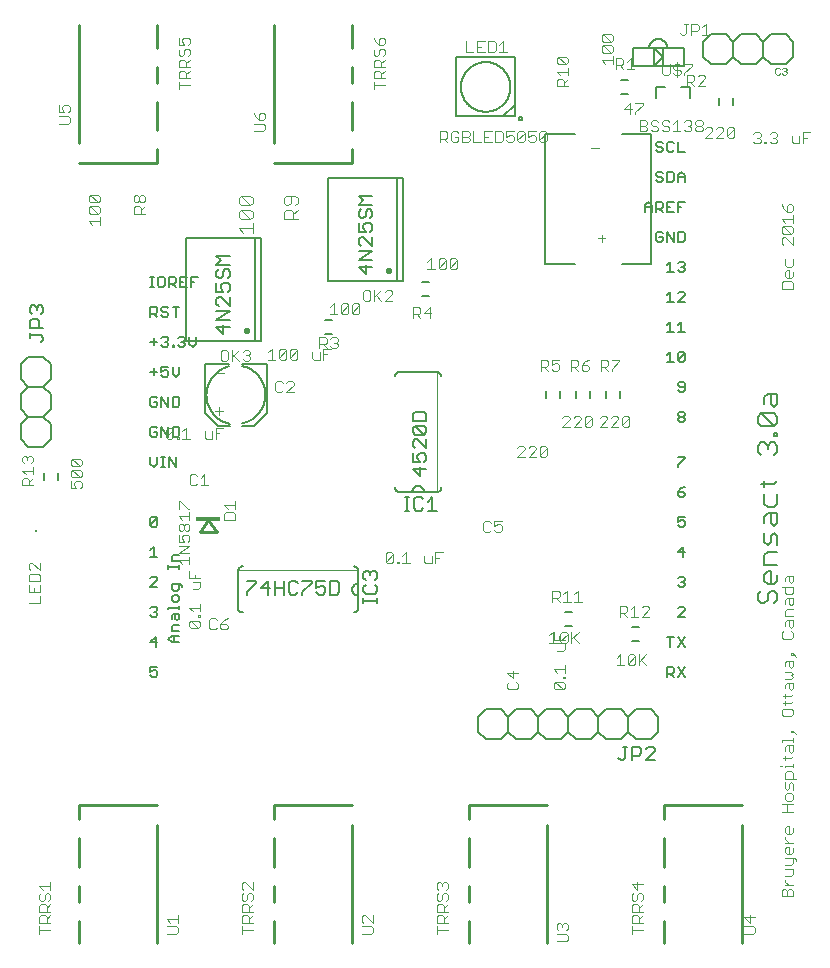
<source format=gto>
G75*
%MOIN*%
%OFA0B0*%
%FSLAX25Y25*%
%IPPOS*%
%LPD*%
%AMOC8*
5,1,8,0,0,1.08239X$1,22.5*
%
%ADD10C,0.00300*%
%ADD11C,0.00600*%
%ADD12C,0.00800*%
%ADD13C,0.00200*%
%ADD14C,0.01000*%
%ADD15R,0.08268X0.01181*%
%ADD16C,0.00400*%
%ADD17C,0.00500*%
%ADD18C,0.02174*%
%ADD19R,0.00787X0.00787*%
D10*
X0012947Y0014524D02*
X0012947Y0016993D01*
X0012947Y0018207D02*
X0012947Y0020059D01*
X0013564Y0020676D01*
X0014798Y0020676D01*
X0015416Y0020059D01*
X0015416Y0018207D01*
X0016650Y0018207D02*
X0012947Y0018207D01*
X0012947Y0015758D02*
X0016650Y0015758D01*
X0015416Y0019442D02*
X0016650Y0020676D01*
X0016650Y0021890D02*
X0012947Y0021890D01*
X0012947Y0023742D01*
X0013564Y0024359D01*
X0014798Y0024359D01*
X0015416Y0023742D01*
X0015416Y0021890D01*
X0015416Y0023125D02*
X0016650Y0024359D01*
X0016033Y0025573D02*
X0016650Y0026191D01*
X0016650Y0027425D01*
X0016033Y0028042D01*
X0015416Y0028042D01*
X0014798Y0027425D01*
X0014798Y0026191D01*
X0014181Y0025573D01*
X0013564Y0025573D01*
X0012947Y0026191D01*
X0012947Y0027425D01*
X0013564Y0028042D01*
X0014181Y0029257D02*
X0012947Y0030491D01*
X0016650Y0030491D01*
X0016650Y0029257D02*
X0016650Y0031725D01*
X0055447Y0019442D02*
X0056681Y0018207D01*
X0055447Y0016993D02*
X0058533Y0016993D01*
X0059150Y0016376D01*
X0059150Y0015141D01*
X0058533Y0014524D01*
X0055447Y0014524D01*
X0059150Y0018207D02*
X0059150Y0020676D01*
X0059150Y0019442D02*
X0055447Y0019442D01*
X0080447Y0020059D02*
X0080447Y0018207D01*
X0084150Y0018207D01*
X0082916Y0018207D02*
X0082916Y0020059D01*
X0082298Y0020676D01*
X0081064Y0020676D01*
X0080447Y0020059D01*
X0080447Y0021890D02*
X0080447Y0023742D01*
X0081064Y0024359D01*
X0082298Y0024359D01*
X0082916Y0023742D01*
X0082916Y0021890D01*
X0084150Y0021890D02*
X0080447Y0021890D01*
X0082916Y0023125D02*
X0084150Y0024359D01*
X0083533Y0025573D02*
X0084150Y0026191D01*
X0084150Y0027425D01*
X0083533Y0028042D01*
X0082916Y0028042D01*
X0082298Y0027425D01*
X0082298Y0026191D01*
X0081681Y0025573D01*
X0081064Y0025573D01*
X0080447Y0026191D01*
X0080447Y0027425D01*
X0081064Y0028042D01*
X0081064Y0029257D02*
X0080447Y0029874D01*
X0080447Y0031108D01*
X0081064Y0031725D01*
X0081681Y0031725D01*
X0084150Y0029257D01*
X0084150Y0031725D01*
X0084150Y0020676D02*
X0082916Y0019442D01*
X0080447Y0016993D02*
X0080447Y0014524D01*
X0080447Y0015758D02*
X0084150Y0015758D01*
X0120447Y0014524D02*
X0123533Y0014524D01*
X0124150Y0015141D01*
X0124150Y0016376D01*
X0123533Y0016993D01*
X0120447Y0016993D01*
X0121064Y0018207D02*
X0120447Y0018824D01*
X0120447Y0020059D01*
X0121064Y0020676D01*
X0121681Y0020676D01*
X0124150Y0018207D01*
X0124150Y0020676D01*
X0145447Y0020059D02*
X0145447Y0018207D01*
X0149150Y0018207D01*
X0147916Y0018207D02*
X0147916Y0020059D01*
X0147298Y0020676D01*
X0146064Y0020676D01*
X0145447Y0020059D01*
X0145447Y0021890D02*
X0145447Y0023742D01*
X0146064Y0024359D01*
X0147298Y0024359D01*
X0147916Y0023742D01*
X0147916Y0021890D01*
X0149150Y0021890D02*
X0145447Y0021890D01*
X0147916Y0023125D02*
X0149150Y0024359D01*
X0148533Y0025573D02*
X0149150Y0026191D01*
X0149150Y0027425D01*
X0148533Y0028042D01*
X0147916Y0028042D01*
X0147298Y0027425D01*
X0147298Y0026191D01*
X0146681Y0025573D01*
X0146064Y0025573D01*
X0145447Y0026191D01*
X0145447Y0027425D01*
X0146064Y0028042D01*
X0146064Y0029257D02*
X0145447Y0029874D01*
X0145447Y0031108D01*
X0146064Y0031725D01*
X0146681Y0031725D01*
X0147298Y0031108D01*
X0147916Y0031725D01*
X0148533Y0031725D01*
X0149150Y0031108D01*
X0149150Y0029874D01*
X0148533Y0029257D01*
X0147298Y0030491D02*
X0147298Y0031108D01*
X0149150Y0020676D02*
X0147916Y0019442D01*
X0145447Y0016993D02*
X0145447Y0014524D01*
X0145447Y0015758D02*
X0149150Y0015758D01*
X0185447Y0016324D02*
X0185447Y0017559D01*
X0186064Y0018176D01*
X0186681Y0018176D01*
X0187298Y0017559D01*
X0187916Y0018176D01*
X0188533Y0018176D01*
X0189150Y0017559D01*
X0189150Y0016324D01*
X0188533Y0015707D01*
X0188533Y0014493D02*
X0185447Y0014493D01*
X0186064Y0015707D02*
X0185447Y0016324D01*
X0187298Y0016942D02*
X0187298Y0017559D01*
X0188533Y0014493D02*
X0189150Y0013876D01*
X0189150Y0012641D01*
X0188533Y0012024D01*
X0185447Y0012024D01*
X0210447Y0014524D02*
X0210447Y0016993D01*
X0210447Y0018207D02*
X0210447Y0020059D01*
X0211064Y0020676D01*
X0212298Y0020676D01*
X0212916Y0020059D01*
X0212916Y0018207D01*
X0214150Y0018207D02*
X0210447Y0018207D01*
X0210447Y0015758D02*
X0214150Y0015758D01*
X0212916Y0019442D02*
X0214150Y0020676D01*
X0214150Y0021890D02*
X0210447Y0021890D01*
X0210447Y0023742D01*
X0211064Y0024359D01*
X0212298Y0024359D01*
X0212916Y0023742D01*
X0212916Y0021890D01*
X0212916Y0023125D02*
X0214150Y0024359D01*
X0213533Y0025573D02*
X0214150Y0026191D01*
X0214150Y0027425D01*
X0213533Y0028042D01*
X0212916Y0028042D01*
X0212298Y0027425D01*
X0212298Y0026191D01*
X0211681Y0025573D01*
X0211064Y0025573D01*
X0210447Y0026191D01*
X0210447Y0027425D01*
X0211064Y0028042D01*
X0212298Y0029257D02*
X0212298Y0031725D01*
X0210447Y0031108D02*
X0212298Y0029257D01*
X0210447Y0031108D02*
X0214150Y0031108D01*
X0247947Y0020059D02*
X0249798Y0018207D01*
X0249798Y0020676D01*
X0247947Y0020059D02*
X0251650Y0020059D01*
X0251033Y0016993D02*
X0247947Y0016993D01*
X0247947Y0014524D02*
X0251033Y0014524D01*
X0251650Y0015141D01*
X0251650Y0016376D01*
X0251033Y0016993D01*
X0260447Y0027024D02*
X0260447Y0028876D01*
X0261064Y0029493D01*
X0261681Y0029493D01*
X0262298Y0028876D01*
X0262298Y0027024D01*
X0260447Y0027024D02*
X0264150Y0027024D01*
X0264150Y0028876D01*
X0263533Y0029493D01*
X0262916Y0029493D01*
X0262298Y0028876D01*
X0261681Y0030707D02*
X0264150Y0030707D01*
X0262916Y0030707D02*
X0261681Y0031942D01*
X0261681Y0032559D01*
X0261681Y0033776D02*
X0263533Y0033776D01*
X0264150Y0034394D01*
X0264150Y0036245D01*
X0261681Y0036245D01*
X0261681Y0037460D02*
X0263533Y0037460D01*
X0264150Y0038077D01*
X0264150Y0039928D01*
X0264767Y0039928D02*
X0265384Y0039311D01*
X0265384Y0038694D01*
X0264767Y0039928D02*
X0261681Y0039928D01*
X0262298Y0041143D02*
X0261681Y0041760D01*
X0261681Y0042994D01*
X0262298Y0043612D01*
X0262916Y0043612D01*
X0262916Y0041143D01*
X0263533Y0041143D02*
X0262298Y0041143D01*
X0263533Y0041143D02*
X0264150Y0041760D01*
X0264150Y0042994D01*
X0264150Y0044826D02*
X0261681Y0044826D01*
X0261681Y0046060D02*
X0261681Y0046677D01*
X0261681Y0046060D02*
X0262916Y0044826D01*
X0262916Y0047895D02*
X0262916Y0050364D01*
X0262298Y0050364D01*
X0261681Y0049747D01*
X0261681Y0048512D01*
X0262298Y0047895D01*
X0263533Y0047895D01*
X0264150Y0048512D01*
X0264150Y0049747D01*
X0264150Y0055261D02*
X0260447Y0055261D01*
X0262298Y0055261D02*
X0262298Y0057730D01*
X0262298Y0058945D02*
X0263533Y0058945D01*
X0264150Y0059562D01*
X0264150Y0060796D01*
X0263533Y0061413D01*
X0262298Y0061413D01*
X0261681Y0060796D01*
X0261681Y0059562D01*
X0262298Y0058945D01*
X0260447Y0057730D02*
X0264150Y0057730D01*
X0264150Y0062628D02*
X0264150Y0064479D01*
X0263533Y0065097D01*
X0262916Y0064479D01*
X0262916Y0063245D01*
X0262298Y0062628D01*
X0261681Y0063245D01*
X0261681Y0065097D01*
X0261681Y0066311D02*
X0261681Y0068162D01*
X0262298Y0068780D01*
X0263533Y0068780D01*
X0264150Y0068162D01*
X0264150Y0066311D01*
X0265384Y0066311D02*
X0261681Y0066311D01*
X0261681Y0069994D02*
X0261681Y0070611D01*
X0264150Y0070611D01*
X0264150Y0069994D02*
X0264150Y0071228D01*
X0263533Y0073067D02*
X0261064Y0073067D01*
X0261681Y0073684D02*
X0261681Y0072449D01*
X0263533Y0073067D02*
X0264150Y0073684D01*
X0263533Y0074905D02*
X0262916Y0075522D01*
X0262916Y0077374D01*
X0262298Y0077374D02*
X0264150Y0077374D01*
X0264150Y0075522D01*
X0263533Y0074905D01*
X0261681Y0075522D02*
X0261681Y0076756D01*
X0262298Y0077374D01*
X0260447Y0078588D02*
X0260447Y0079205D01*
X0264150Y0079205D01*
X0264150Y0078588D02*
X0264150Y0079822D01*
X0265384Y0081043D02*
X0264150Y0082278D01*
X0264150Y0081661D01*
X0263533Y0081661D01*
X0263533Y0082278D01*
X0264150Y0082278D01*
X0263533Y0087182D02*
X0261064Y0087182D01*
X0260447Y0087799D01*
X0260447Y0089034D01*
X0261064Y0089651D01*
X0263533Y0089651D01*
X0264150Y0089034D01*
X0264150Y0087799D01*
X0263533Y0087182D01*
X0261681Y0090865D02*
X0261681Y0092100D01*
X0261064Y0091482D02*
X0263533Y0091482D01*
X0264150Y0092100D01*
X0263533Y0093938D02*
X0264150Y0094555D01*
X0263533Y0093938D02*
X0261064Y0093938D01*
X0261681Y0093321D02*
X0261681Y0094555D01*
X0261681Y0096393D02*
X0261681Y0097628D01*
X0262298Y0098245D01*
X0264150Y0098245D01*
X0264150Y0096393D01*
X0263533Y0095776D01*
X0262916Y0096393D01*
X0262916Y0098245D01*
X0263533Y0099459D02*
X0261681Y0099459D01*
X0263533Y0099459D02*
X0264150Y0100076D01*
X0263533Y0100694D01*
X0264150Y0101311D01*
X0263533Y0101928D01*
X0261681Y0101928D01*
X0261681Y0103759D02*
X0261681Y0104994D01*
X0262298Y0105611D01*
X0264150Y0105611D01*
X0264150Y0103759D01*
X0263533Y0103142D01*
X0262916Y0103759D01*
X0262916Y0105611D01*
X0263533Y0107443D02*
X0264150Y0107443D01*
X0264150Y0108060D01*
X0263533Y0108060D01*
X0263533Y0107443D01*
X0264150Y0108060D02*
X0265384Y0106825D01*
X0263533Y0112964D02*
X0261064Y0112964D01*
X0260447Y0113581D01*
X0260447Y0114816D01*
X0261064Y0115433D01*
X0261681Y0117264D02*
X0261681Y0118499D01*
X0262298Y0119116D01*
X0264150Y0119116D01*
X0264150Y0117264D01*
X0263533Y0116647D01*
X0262916Y0117264D01*
X0262916Y0119116D01*
X0264150Y0120330D02*
X0261681Y0120330D01*
X0261681Y0122182D01*
X0262298Y0122799D01*
X0264150Y0122799D01*
X0263533Y0124013D02*
X0262916Y0124631D01*
X0262916Y0126482D01*
X0262298Y0126482D02*
X0264150Y0126482D01*
X0264150Y0124631D01*
X0263533Y0124013D01*
X0261681Y0124631D02*
X0261681Y0125865D01*
X0262298Y0126482D01*
X0262298Y0127697D02*
X0261681Y0128314D01*
X0261681Y0130165D01*
X0260447Y0130165D02*
X0264150Y0130165D01*
X0264150Y0128314D01*
X0263533Y0127697D01*
X0262298Y0127697D01*
X0263533Y0131380D02*
X0262916Y0131997D01*
X0262916Y0133849D01*
X0262298Y0133849D02*
X0264150Y0133849D01*
X0264150Y0131997D01*
X0263533Y0131380D01*
X0261681Y0131997D02*
X0261681Y0133231D01*
X0262298Y0133849D01*
X0263533Y0115433D02*
X0264150Y0114816D01*
X0264150Y0113581D01*
X0263533Y0112964D01*
X0260447Y0070611D02*
X0259830Y0070611D01*
X0216285Y0120274D02*
X0213816Y0120274D01*
X0216285Y0122743D01*
X0216285Y0123360D01*
X0215668Y0123977D01*
X0214433Y0123977D01*
X0213816Y0123360D01*
X0211368Y0123977D02*
X0211368Y0120274D01*
X0212602Y0120274D02*
X0210133Y0120274D01*
X0208919Y0120274D02*
X0207684Y0121508D01*
X0208302Y0121508D02*
X0206450Y0121508D01*
X0206450Y0120274D02*
X0206450Y0123977D01*
X0208302Y0123977D01*
X0208919Y0123360D01*
X0208919Y0122126D01*
X0208302Y0121508D01*
X0210133Y0122743D02*
X0211368Y0123977D01*
X0210985Y0107727D02*
X0209750Y0107727D01*
X0209133Y0107110D01*
X0209133Y0104641D01*
X0211602Y0107110D01*
X0211602Y0104641D01*
X0210985Y0104024D01*
X0209750Y0104024D01*
X0209133Y0104641D01*
X0207919Y0104024D02*
X0205450Y0104024D01*
X0206684Y0104024D02*
X0206684Y0107727D01*
X0205450Y0106493D01*
X0210985Y0107727D02*
X0211602Y0107110D01*
X0212816Y0107727D02*
X0212816Y0104024D01*
X0212816Y0105258D02*
X0215285Y0107727D01*
X0213433Y0105876D02*
X0215285Y0104024D01*
X0192785Y0111524D02*
X0190933Y0113376D01*
X0190316Y0112758D02*
X0192785Y0115227D01*
X0190316Y0115227D02*
X0190316Y0111524D01*
X0189102Y0112141D02*
X0188485Y0111524D01*
X0187250Y0111524D01*
X0186633Y0112141D01*
X0189102Y0114610D01*
X0189102Y0112141D01*
X0188150Y0112598D02*
X0184447Y0112598D01*
X0184447Y0115067D01*
X0184184Y0115227D02*
X0184184Y0111524D01*
X0182950Y0111524D02*
X0185419Y0111524D01*
X0185681Y0111384D02*
X0188150Y0111384D01*
X0188150Y0109532D01*
X0187533Y0108915D01*
X0185681Y0108915D01*
X0186633Y0112141D02*
X0186633Y0114610D01*
X0187250Y0115227D01*
X0188485Y0115227D01*
X0189102Y0114610D01*
X0186298Y0113833D02*
X0186298Y0112598D01*
X0184184Y0115227D02*
X0182950Y0113993D01*
X0188150Y0104018D02*
X0188150Y0101549D01*
X0188150Y0100324D02*
X0188150Y0099707D01*
X0187533Y0099707D01*
X0187533Y0100324D01*
X0188150Y0100324D01*
X0187533Y0098493D02*
X0185064Y0098493D01*
X0187533Y0096024D01*
X0188150Y0096641D01*
X0188150Y0097876D01*
X0187533Y0098493D01*
X0185064Y0098493D02*
X0184447Y0097876D01*
X0184447Y0096641D01*
X0185064Y0096024D01*
X0187533Y0096024D01*
X0185681Y0101549D02*
X0184447Y0102783D01*
X0188150Y0102783D01*
X0172650Y0101559D02*
X0168947Y0101559D01*
X0170798Y0099707D01*
X0170798Y0102176D01*
X0169564Y0098493D02*
X0168947Y0097876D01*
X0168947Y0096641D01*
X0169564Y0096024D01*
X0172033Y0096024D01*
X0172650Y0096641D01*
X0172650Y0097876D01*
X0172033Y0098493D01*
X0183950Y0125274D02*
X0183950Y0128977D01*
X0185802Y0128977D01*
X0186419Y0128360D01*
X0186419Y0127126D01*
X0185802Y0126508D01*
X0183950Y0126508D01*
X0185184Y0126508D02*
X0186419Y0125274D01*
X0187633Y0125274D02*
X0190102Y0125274D01*
X0191316Y0125274D02*
X0193785Y0125274D01*
X0192551Y0125274D02*
X0192551Y0128977D01*
X0191316Y0127743D01*
X0188868Y0128977D02*
X0188868Y0125274D01*
X0187633Y0127743D02*
X0188868Y0128977D01*
X0167102Y0149141D02*
X0166485Y0148524D01*
X0165250Y0148524D01*
X0164633Y0149141D01*
X0163419Y0149141D02*
X0162802Y0148524D01*
X0161567Y0148524D01*
X0160950Y0149141D01*
X0160950Y0151610D01*
X0161567Y0152227D01*
X0162802Y0152227D01*
X0163419Y0151610D01*
X0164633Y0152227D02*
X0164633Y0150376D01*
X0165868Y0150993D01*
X0166485Y0150993D01*
X0167102Y0150376D01*
X0167102Y0149141D01*
X0167102Y0152227D02*
X0164633Y0152227D01*
X0172401Y0173524D02*
X0174869Y0175993D01*
X0174869Y0176610D01*
X0174252Y0177227D01*
X0173018Y0177227D01*
X0172401Y0176610D01*
X0172401Y0173524D02*
X0174869Y0173524D01*
X0176084Y0173524D02*
X0178552Y0175993D01*
X0178552Y0176610D01*
X0177935Y0177227D01*
X0176701Y0177227D01*
X0176084Y0176610D01*
X0176084Y0173524D02*
X0178552Y0173524D01*
X0179767Y0174141D02*
X0182236Y0176610D01*
X0182236Y0174141D01*
X0181618Y0173524D01*
X0180384Y0173524D01*
X0179767Y0174141D01*
X0179767Y0176610D01*
X0180384Y0177227D01*
X0181618Y0177227D01*
X0182236Y0176610D01*
X0187401Y0183524D02*
X0189869Y0185993D01*
X0189869Y0186610D01*
X0189252Y0187227D01*
X0188018Y0187227D01*
X0187401Y0186610D01*
X0187401Y0183524D02*
X0189869Y0183524D01*
X0191084Y0183524D02*
X0193552Y0185993D01*
X0193552Y0186610D01*
X0192935Y0187227D01*
X0191701Y0187227D01*
X0191084Y0186610D01*
X0191084Y0183524D02*
X0193552Y0183524D01*
X0194767Y0184141D02*
X0194767Y0186610D01*
X0195384Y0187227D01*
X0196618Y0187227D01*
X0197236Y0186610D01*
X0194767Y0184141D01*
X0195384Y0183524D01*
X0196618Y0183524D01*
X0197236Y0184141D01*
X0197236Y0186610D01*
X0199901Y0186610D02*
X0200518Y0187227D01*
X0201752Y0187227D01*
X0202369Y0186610D01*
X0202369Y0185993D01*
X0199901Y0183524D01*
X0202369Y0183524D01*
X0203584Y0183524D02*
X0206052Y0185993D01*
X0206052Y0186610D01*
X0205435Y0187227D01*
X0204201Y0187227D01*
X0203584Y0186610D01*
X0203584Y0183524D02*
X0206052Y0183524D01*
X0207267Y0184141D02*
X0209736Y0186610D01*
X0209736Y0184141D01*
X0209118Y0183524D01*
X0207884Y0183524D01*
X0207267Y0184141D01*
X0207267Y0186610D01*
X0207884Y0187227D01*
X0209118Y0187227D01*
X0209736Y0186610D01*
X0203767Y0202274D02*
X0203767Y0202891D01*
X0206236Y0205360D01*
X0206236Y0205977D01*
X0203767Y0205977D01*
X0202552Y0205360D02*
X0202552Y0204126D01*
X0201935Y0203508D01*
X0200084Y0203508D01*
X0200084Y0202274D02*
X0200084Y0205977D01*
X0201935Y0205977D01*
X0202552Y0205360D01*
X0201318Y0203508D02*
X0202552Y0202274D01*
X0196236Y0202891D02*
X0196236Y0203508D01*
X0195618Y0204126D01*
X0193767Y0204126D01*
X0193767Y0202891D01*
X0194384Y0202274D01*
X0195618Y0202274D01*
X0196236Y0202891D01*
X0195001Y0205360D02*
X0193767Y0204126D01*
X0192552Y0204126D02*
X0191935Y0203508D01*
X0190084Y0203508D01*
X0190084Y0202274D02*
X0190084Y0205977D01*
X0191935Y0205977D01*
X0192552Y0205360D01*
X0192552Y0204126D01*
X0191318Y0203508D02*
X0192552Y0202274D01*
X0195001Y0205360D02*
X0196236Y0205977D01*
X0186236Y0205977D02*
X0183767Y0205977D01*
X0183767Y0204126D01*
X0185001Y0204743D01*
X0185618Y0204743D01*
X0186236Y0204126D01*
X0186236Y0202891D01*
X0185618Y0202274D01*
X0184384Y0202274D01*
X0183767Y0202891D01*
X0182552Y0202274D02*
X0181318Y0203508D01*
X0181935Y0203508D02*
X0180084Y0203508D01*
X0180084Y0202274D02*
X0180084Y0205977D01*
X0181935Y0205977D01*
X0182552Y0205360D01*
X0182552Y0204126D01*
X0181935Y0203508D01*
X0151618Y0236024D02*
X0150384Y0236024D01*
X0149767Y0236641D01*
X0152236Y0239110D01*
X0152236Y0236641D01*
X0151618Y0236024D01*
X0149767Y0236641D02*
X0149767Y0239110D01*
X0150384Y0239727D01*
X0151618Y0239727D01*
X0152236Y0239110D01*
X0148552Y0239110D02*
X0148552Y0236641D01*
X0147935Y0236024D01*
X0146701Y0236024D01*
X0146084Y0236641D01*
X0148552Y0239110D01*
X0147935Y0239727D01*
X0146701Y0239727D01*
X0146084Y0239110D01*
X0146084Y0236641D01*
X0144869Y0236024D02*
X0142401Y0236024D01*
X0143635Y0236024D02*
X0143635Y0239727D01*
X0142401Y0238493D01*
X0143118Y0223477D02*
X0141267Y0221626D01*
X0143736Y0221626D01*
X0143118Y0223477D02*
X0143118Y0219774D01*
X0140052Y0219774D02*
X0138818Y0221008D01*
X0139435Y0221008D02*
X0137584Y0221008D01*
X0137584Y0219774D02*
X0137584Y0223477D01*
X0139435Y0223477D01*
X0140052Y0222860D01*
X0140052Y0221626D01*
X0139435Y0221008D01*
X0119736Y0221641D02*
X0119118Y0221024D01*
X0117884Y0221024D01*
X0117267Y0221641D01*
X0119736Y0224110D01*
X0119736Y0221641D01*
X0119736Y0224110D02*
X0119118Y0224727D01*
X0117884Y0224727D01*
X0117267Y0224110D01*
X0117267Y0221641D01*
X0116052Y0221641D02*
X0115435Y0221024D01*
X0114201Y0221024D01*
X0113584Y0221641D01*
X0116052Y0224110D01*
X0116052Y0221641D01*
X0113584Y0221641D02*
X0113584Y0224110D01*
X0114201Y0224727D01*
X0115435Y0224727D01*
X0116052Y0224110D01*
X0112369Y0221024D02*
X0109901Y0221024D01*
X0111135Y0221024D02*
X0111135Y0224727D01*
X0109901Y0223493D01*
X0110634Y0213477D02*
X0111868Y0213477D01*
X0112486Y0212860D01*
X0112486Y0212243D01*
X0111868Y0211626D01*
X0112486Y0211008D01*
X0112486Y0210391D01*
X0111868Y0209774D01*
X0110634Y0209774D01*
X0110017Y0210391D01*
X0110098Y0209645D02*
X0107630Y0209645D01*
X0107630Y0205941D01*
X0106415Y0205941D02*
X0106415Y0208410D01*
X0107630Y0207793D02*
X0108864Y0207793D01*
X0108802Y0209774D02*
X0107568Y0211008D01*
X0108185Y0211008D02*
X0106334Y0211008D01*
X0106334Y0209774D02*
X0106334Y0213477D01*
X0108185Y0213477D01*
X0108802Y0212860D01*
X0108802Y0211626D01*
X0108185Y0211008D01*
X0110017Y0212860D02*
X0110634Y0213477D01*
X0111251Y0211626D02*
X0111868Y0211626D01*
X0106415Y0205941D02*
X0104564Y0205941D01*
X0103946Y0206559D01*
X0103946Y0208410D01*
X0099049Y0209027D02*
X0096580Y0206559D01*
X0097197Y0205941D01*
X0098432Y0205941D01*
X0099049Y0206559D01*
X0099049Y0209027D01*
X0098432Y0209645D01*
X0097197Y0209645D01*
X0096580Y0209027D01*
X0096580Y0206559D01*
X0095366Y0206559D02*
X0095366Y0209027D01*
X0092897Y0206559D01*
X0093514Y0205941D01*
X0094748Y0205941D01*
X0095366Y0206559D01*
X0095366Y0209027D02*
X0094748Y0209645D01*
X0093514Y0209645D01*
X0092897Y0209027D01*
X0092897Y0206559D01*
X0091683Y0205941D02*
X0089214Y0205941D01*
X0090448Y0205941D02*
X0090448Y0209645D01*
X0089214Y0208410D01*
X0092331Y0198857D02*
X0091714Y0198240D01*
X0091714Y0195771D01*
X0092331Y0195154D01*
X0093565Y0195154D01*
X0094183Y0195771D01*
X0095397Y0195154D02*
X0097866Y0197623D01*
X0097866Y0198240D01*
X0097248Y0198857D01*
X0096014Y0198857D01*
X0095397Y0198240D01*
X0094183Y0198240D02*
X0093565Y0198857D01*
X0092331Y0198857D01*
X0095397Y0195154D02*
X0097866Y0195154D01*
X0074419Y0201376D02*
X0071950Y0201376D01*
X0072916Y0190110D02*
X0072916Y0187641D01*
X0074150Y0188876D02*
X0071681Y0188876D01*
X0071767Y0183227D02*
X0074236Y0183227D01*
X0073001Y0181376D02*
X0071767Y0181376D01*
X0070552Y0181993D02*
X0070552Y0179524D01*
X0068701Y0179524D01*
X0068084Y0180141D01*
X0068084Y0181993D01*
X0063186Y0179524D02*
X0060717Y0179524D01*
X0059493Y0179524D02*
X0058876Y0179524D01*
X0058876Y0180141D01*
X0059493Y0180141D01*
X0059493Y0179524D01*
X0057661Y0180141D02*
X0057044Y0179524D01*
X0055810Y0179524D01*
X0055193Y0180141D01*
X0057661Y0182610D01*
X0057661Y0180141D01*
X0055193Y0180141D02*
X0055193Y0182610D01*
X0055810Y0183227D01*
X0057044Y0183227D01*
X0057661Y0182610D01*
X0060717Y0181993D02*
X0061952Y0183227D01*
X0061952Y0179524D01*
X0063701Y0167727D02*
X0063084Y0167110D01*
X0063084Y0164641D01*
X0063701Y0164024D01*
X0064935Y0164024D01*
X0065552Y0164641D01*
X0066767Y0164024D02*
X0069236Y0164024D01*
X0068001Y0164024D02*
X0068001Y0167727D01*
X0066767Y0166493D01*
X0065552Y0167110D02*
X0064935Y0167727D01*
X0063701Y0167727D01*
X0071767Y0179524D02*
X0071767Y0183227D01*
X0062947Y0135560D02*
X0062947Y0133091D01*
X0066650Y0133091D01*
X0066650Y0131876D02*
X0064181Y0131876D01*
X0064798Y0133091D02*
X0064798Y0134325D01*
X0066650Y0131876D02*
X0066650Y0130025D01*
X0066033Y0129408D01*
X0064181Y0129408D01*
X0066650Y0124510D02*
X0066650Y0122041D01*
X0066650Y0120817D02*
X0066650Y0120200D01*
X0066033Y0120200D01*
X0066033Y0120817D01*
X0066650Y0120817D01*
X0066033Y0118985D02*
X0066650Y0118368D01*
X0066650Y0117134D01*
X0066033Y0116517D01*
X0063564Y0118985D01*
X0066033Y0118985D01*
X0066033Y0116517D02*
X0063564Y0116517D01*
X0062947Y0117134D01*
X0062947Y0118368D01*
X0063564Y0118985D01*
X0064181Y0122041D02*
X0062947Y0123276D01*
X0066650Y0123276D01*
X0070317Y0119727D02*
X0069700Y0119110D01*
X0069700Y0116641D01*
X0070317Y0116024D01*
X0071552Y0116024D01*
X0072169Y0116641D01*
X0073383Y0116641D02*
X0074000Y0116024D01*
X0075235Y0116024D01*
X0075852Y0116641D01*
X0075852Y0117258D01*
X0075235Y0117876D01*
X0073383Y0117876D01*
X0073383Y0116641D01*
X0073383Y0117876D02*
X0074618Y0119110D01*
X0075852Y0119727D01*
X0072169Y0119110D02*
X0071552Y0119727D01*
X0070317Y0119727D01*
X0026533Y0163024D02*
X0027150Y0163641D01*
X0027150Y0164876D01*
X0026533Y0165493D01*
X0025298Y0165493D01*
X0024681Y0164876D01*
X0024681Y0164258D01*
X0025298Y0163024D01*
X0023447Y0163024D01*
X0023447Y0165493D01*
X0024064Y0166707D02*
X0023447Y0167324D01*
X0023447Y0168559D01*
X0024064Y0169176D01*
X0026533Y0166707D01*
X0027150Y0167324D01*
X0027150Y0168559D01*
X0026533Y0169176D01*
X0024064Y0169176D01*
X0024064Y0170390D02*
X0023447Y0171007D01*
X0023447Y0172242D01*
X0024064Y0172859D01*
X0026533Y0170390D01*
X0027150Y0171007D01*
X0027150Y0172242D01*
X0026533Y0172859D01*
X0024064Y0172859D01*
X0024064Y0170390D02*
X0026533Y0170390D01*
X0026533Y0166707D02*
X0024064Y0166707D01*
X0010900Y0166493D02*
X0009666Y0165258D01*
X0009666Y0165876D02*
X0009666Y0164024D01*
X0010900Y0164024D02*
X0007197Y0164024D01*
X0007197Y0165876D01*
X0007814Y0166493D01*
X0009048Y0166493D01*
X0009666Y0165876D01*
X0010900Y0167707D02*
X0010900Y0170176D01*
X0010900Y0168942D02*
X0007197Y0168942D01*
X0008431Y0167707D01*
X0007814Y0171390D02*
X0007197Y0172007D01*
X0007197Y0173242D01*
X0007814Y0173859D01*
X0008431Y0173859D01*
X0009048Y0173242D01*
X0009666Y0173859D01*
X0010283Y0173859D01*
X0010900Y0173242D01*
X0010900Y0172007D01*
X0010283Y0171390D01*
X0009048Y0172625D02*
X0009048Y0173242D01*
X0010064Y0138310D02*
X0009447Y0137692D01*
X0009447Y0136458D01*
X0010064Y0135841D01*
X0010064Y0134626D02*
X0009447Y0134009D01*
X0009447Y0132158D01*
X0013150Y0132158D01*
X0013150Y0134009D01*
X0012533Y0134626D01*
X0010064Y0134626D01*
X0013150Y0135841D02*
X0010681Y0138310D01*
X0010064Y0138310D01*
X0013150Y0138310D02*
X0013150Y0135841D01*
X0013150Y0130943D02*
X0013150Y0128475D01*
X0009447Y0128475D01*
X0009447Y0130943D01*
X0011298Y0129709D02*
X0011298Y0128475D01*
X0013150Y0127260D02*
X0013150Y0124791D01*
X0009447Y0124791D01*
X0030681Y0250975D02*
X0029447Y0252209D01*
X0033150Y0252209D01*
X0033150Y0250975D02*
X0033150Y0253443D01*
X0032533Y0254658D02*
X0030064Y0257127D01*
X0032533Y0257127D01*
X0033150Y0256509D01*
X0033150Y0255275D01*
X0032533Y0254658D01*
X0030064Y0254658D01*
X0029447Y0255275D01*
X0029447Y0256509D01*
X0030064Y0257127D01*
X0030064Y0258341D02*
X0029447Y0258958D01*
X0029447Y0260192D01*
X0030064Y0260810D01*
X0032533Y0258341D01*
X0033150Y0258958D01*
X0033150Y0260192D01*
X0032533Y0260810D01*
X0030064Y0260810D01*
X0030064Y0258341D02*
X0032533Y0258341D01*
X0044447Y0258958D02*
X0044447Y0260192D01*
X0045064Y0260810D01*
X0045681Y0260810D01*
X0046298Y0260192D01*
X0046298Y0258958D01*
X0045681Y0258341D01*
X0045064Y0258341D01*
X0044447Y0258958D01*
X0046298Y0258958D02*
X0046916Y0258341D01*
X0047533Y0258341D01*
X0048150Y0258958D01*
X0048150Y0260192D01*
X0047533Y0260810D01*
X0046916Y0260810D01*
X0046298Y0260192D01*
X0046298Y0257127D02*
X0046916Y0256509D01*
X0046916Y0254658D01*
X0048150Y0254658D02*
X0044447Y0254658D01*
X0044447Y0256509D01*
X0045064Y0257127D01*
X0046298Y0257127D01*
X0046916Y0255892D02*
X0048150Y0257127D01*
X0022533Y0284658D02*
X0023150Y0285275D01*
X0023150Y0286509D01*
X0022533Y0287127D01*
X0019447Y0287127D01*
X0019447Y0288341D02*
X0021298Y0288341D01*
X0020681Y0289575D01*
X0020681Y0290192D01*
X0021298Y0290810D01*
X0022533Y0290810D01*
X0023150Y0290192D01*
X0023150Y0288958D01*
X0022533Y0288341D01*
X0019447Y0288341D02*
X0019447Y0290810D01*
X0019447Y0284658D02*
X0022533Y0284658D01*
X0059447Y0296108D02*
X0059447Y0298577D01*
X0059447Y0299791D02*
X0059447Y0301643D01*
X0060064Y0302260D01*
X0061298Y0302260D01*
X0061916Y0301643D01*
X0061916Y0299791D01*
X0063150Y0299791D02*
X0059447Y0299791D01*
X0059447Y0297343D02*
X0063150Y0297343D01*
X0061916Y0301026D02*
X0063150Y0302260D01*
X0063150Y0303475D02*
X0059447Y0303475D01*
X0059447Y0305326D01*
X0060064Y0305943D01*
X0061298Y0305943D01*
X0061916Y0305326D01*
X0061916Y0303475D01*
X0061916Y0304709D02*
X0063150Y0305943D01*
X0062533Y0307158D02*
X0063150Y0307775D01*
X0063150Y0309009D01*
X0062533Y0309626D01*
X0061916Y0309626D01*
X0061298Y0309009D01*
X0061298Y0307775D01*
X0060681Y0307158D01*
X0060064Y0307158D01*
X0059447Y0307775D01*
X0059447Y0309009D01*
X0060064Y0309626D01*
X0059447Y0310841D02*
X0061298Y0310841D01*
X0060681Y0312075D01*
X0060681Y0312692D01*
X0061298Y0313310D01*
X0062533Y0313310D01*
X0063150Y0312692D01*
X0063150Y0311458D01*
X0062533Y0310841D01*
X0059447Y0310841D02*
X0059447Y0313310D01*
X0084447Y0288310D02*
X0085064Y0287075D01*
X0086298Y0285841D01*
X0086298Y0287692D01*
X0086916Y0288310D01*
X0087533Y0288310D01*
X0088150Y0287692D01*
X0088150Y0286458D01*
X0087533Y0285841D01*
X0086298Y0285841D01*
X0087533Y0284627D02*
X0084447Y0284627D01*
X0084447Y0282158D02*
X0087533Y0282158D01*
X0088150Y0282775D01*
X0088150Y0284009D01*
X0087533Y0284627D01*
X0124447Y0296108D02*
X0124447Y0298577D01*
X0124447Y0299791D02*
X0124447Y0301643D01*
X0125064Y0302260D01*
X0126298Y0302260D01*
X0126916Y0301643D01*
X0126916Y0299791D01*
X0128150Y0299791D02*
X0124447Y0299791D01*
X0124447Y0297343D02*
X0128150Y0297343D01*
X0126916Y0301026D02*
X0128150Y0302260D01*
X0128150Y0303475D02*
X0124447Y0303475D01*
X0124447Y0305326D01*
X0125064Y0305943D01*
X0126298Y0305943D01*
X0126916Y0305326D01*
X0126916Y0303475D01*
X0126916Y0304709D02*
X0128150Y0305943D01*
X0127533Y0307158D02*
X0128150Y0307775D01*
X0128150Y0309009D01*
X0127533Y0309626D01*
X0126916Y0309626D01*
X0126298Y0309009D01*
X0126298Y0307775D01*
X0125681Y0307158D01*
X0125064Y0307158D01*
X0124447Y0307775D01*
X0124447Y0309009D01*
X0125064Y0309626D01*
X0126298Y0310841D02*
X0125064Y0312075D01*
X0124447Y0313310D01*
X0126298Y0312692D02*
X0126298Y0310841D01*
X0127533Y0310841D01*
X0128150Y0311458D01*
X0128150Y0312692D01*
X0127533Y0313310D01*
X0126916Y0313310D01*
X0126298Y0312692D01*
X0146576Y0282085D02*
X0148428Y0282085D01*
X0149045Y0281468D01*
X0149045Y0280234D01*
X0148428Y0279617D01*
X0146576Y0279617D01*
X0147810Y0279617D02*
X0149045Y0278382D01*
X0150259Y0278999D02*
X0150876Y0278382D01*
X0152111Y0278382D01*
X0152728Y0278999D01*
X0152728Y0280234D01*
X0151494Y0280234D01*
X0152728Y0281468D02*
X0152111Y0282085D01*
X0150876Y0282085D01*
X0150259Y0281468D01*
X0150259Y0278999D01*
X0146576Y0278382D02*
X0146576Y0282085D01*
X0153942Y0282085D02*
X0153942Y0278382D01*
X0155794Y0278382D01*
X0156411Y0278999D01*
X0156411Y0279617D01*
X0155794Y0280234D01*
X0153942Y0280234D01*
X0153942Y0282085D02*
X0155794Y0282085D01*
X0156411Y0281468D01*
X0156411Y0280851D01*
X0155794Y0280234D01*
X0157625Y0282085D02*
X0157625Y0278382D01*
X0160094Y0278382D01*
X0161309Y0278382D02*
X0163777Y0278382D01*
X0164992Y0278382D02*
X0164992Y0282085D01*
X0166843Y0282085D01*
X0167460Y0281468D01*
X0167460Y0278999D01*
X0166843Y0278382D01*
X0164992Y0278382D01*
X0162543Y0280234D02*
X0161309Y0280234D01*
X0161309Y0282085D02*
X0161309Y0278382D01*
X0161309Y0282085D02*
X0163777Y0282085D01*
X0168675Y0282085D02*
X0168675Y0280234D01*
X0169909Y0280851D01*
X0170526Y0280851D01*
X0171144Y0280234D01*
X0171144Y0278999D01*
X0170526Y0278382D01*
X0169292Y0278382D01*
X0168675Y0278999D01*
X0168675Y0282085D02*
X0171144Y0282085D01*
X0172358Y0281468D02*
X0172975Y0282085D01*
X0174210Y0282085D01*
X0174827Y0281468D01*
X0172358Y0278999D01*
X0172975Y0278382D01*
X0174210Y0278382D01*
X0174827Y0278999D01*
X0174827Y0281468D01*
X0176041Y0282085D02*
X0176041Y0280234D01*
X0177276Y0280851D01*
X0177893Y0280851D01*
X0178510Y0280234D01*
X0178510Y0278999D01*
X0177893Y0278382D01*
X0176658Y0278382D01*
X0176041Y0278999D01*
X0176041Y0282085D02*
X0178510Y0282085D01*
X0179724Y0281468D02*
X0180341Y0282085D01*
X0181576Y0282085D01*
X0182193Y0281468D01*
X0179724Y0278999D01*
X0180341Y0278382D01*
X0181576Y0278382D01*
X0182193Y0278999D01*
X0182193Y0281468D01*
X0179724Y0281468D02*
X0179724Y0278999D01*
X0172358Y0278999D02*
X0172358Y0281468D01*
X0185447Y0297024D02*
X0185447Y0298876D01*
X0186064Y0299493D01*
X0187298Y0299493D01*
X0187916Y0298876D01*
X0187916Y0297024D01*
X0189150Y0297024D02*
X0185447Y0297024D01*
X0187916Y0298258D02*
X0189150Y0299493D01*
X0189150Y0300707D02*
X0189150Y0303176D01*
X0189150Y0301942D02*
X0185447Y0301942D01*
X0186681Y0300707D01*
X0186064Y0304390D02*
X0185447Y0305007D01*
X0185447Y0306242D01*
X0186064Y0306859D01*
X0188533Y0304390D01*
X0189150Y0305007D01*
X0189150Y0306242D01*
X0188533Y0306859D01*
X0186064Y0306859D01*
X0186064Y0304390D02*
X0188533Y0304390D01*
X0200447Y0305758D02*
X0204150Y0305758D01*
X0204150Y0304524D02*
X0204150Y0306993D01*
X0205200Y0306477D02*
X0205200Y0302774D01*
X0205200Y0304008D02*
X0207052Y0304008D01*
X0207669Y0304626D01*
X0207669Y0305860D01*
X0207052Y0306477D01*
X0205200Y0306477D01*
X0203533Y0308207D02*
X0201064Y0310676D01*
X0203533Y0310676D01*
X0204150Y0310059D01*
X0204150Y0308824D01*
X0203533Y0308207D01*
X0201064Y0308207D01*
X0200447Y0308824D01*
X0200447Y0310059D01*
X0201064Y0310676D01*
X0201064Y0311890D02*
X0200447Y0312507D01*
X0200447Y0313742D01*
X0201064Y0314359D01*
X0203533Y0311890D01*
X0204150Y0312507D01*
X0204150Y0313742D01*
X0203533Y0314359D01*
X0201064Y0314359D01*
X0201064Y0311890D02*
X0203533Y0311890D01*
X0200447Y0305758D02*
X0201681Y0304524D01*
X0206434Y0304008D02*
X0207669Y0302774D01*
X0208883Y0302774D02*
X0211352Y0302774D01*
X0210118Y0302774D02*
X0210118Y0306477D01*
X0208883Y0305243D01*
X0220700Y0304477D02*
X0220700Y0301391D01*
X0221317Y0300774D01*
X0222552Y0300774D01*
X0223169Y0301391D01*
X0223169Y0304477D01*
X0224383Y0303860D02*
X0224383Y0303243D01*
X0225000Y0302626D01*
X0226235Y0302626D01*
X0226852Y0302008D01*
X0226852Y0301391D01*
X0226235Y0300774D01*
X0225000Y0300774D01*
X0224383Y0301391D01*
X0225618Y0300157D02*
X0225618Y0305094D01*
X0226235Y0304477D02*
X0226852Y0303860D01*
X0226235Y0304477D02*
X0225000Y0304477D01*
X0224383Y0303860D01*
X0228066Y0304477D02*
X0230535Y0304477D01*
X0230535Y0303860D01*
X0228066Y0301391D01*
X0228066Y0300774D01*
X0228834Y0300977D02*
X0230685Y0300977D01*
X0231302Y0300360D01*
X0231302Y0299126D01*
X0230685Y0298508D01*
X0228834Y0298508D01*
X0228834Y0297274D02*
X0228834Y0300977D01*
X0230068Y0298508D02*
X0231302Y0297274D01*
X0232517Y0297274D02*
X0234986Y0299743D01*
X0234986Y0300360D01*
X0234368Y0300977D01*
X0233134Y0300977D01*
X0232517Y0300360D01*
X0232517Y0297274D02*
X0234986Y0297274D01*
X0233467Y0285727D02*
X0232233Y0285727D01*
X0231616Y0285110D01*
X0231616Y0284493D01*
X0232233Y0283876D01*
X0233467Y0283876D01*
X0234084Y0283258D01*
X0234084Y0282641D01*
X0233467Y0282024D01*
X0232233Y0282024D01*
X0231616Y0282641D01*
X0231616Y0283258D01*
X0232233Y0283876D01*
X0233467Y0283876D02*
X0234084Y0284493D01*
X0234084Y0285110D01*
X0233467Y0285727D01*
X0235518Y0283477D02*
X0234901Y0282860D01*
X0235518Y0283477D02*
X0236752Y0283477D01*
X0237369Y0282860D01*
X0237369Y0282243D01*
X0234901Y0279774D01*
X0237369Y0279774D01*
X0238584Y0279774D02*
X0241052Y0282243D01*
X0241052Y0282860D01*
X0240435Y0283477D01*
X0239201Y0283477D01*
X0238584Y0282860D01*
X0238584Y0279774D02*
X0241052Y0279774D01*
X0242267Y0280391D02*
X0244736Y0282860D01*
X0244736Y0280391D01*
X0244118Y0279774D01*
X0242884Y0279774D01*
X0242267Y0280391D01*
X0242267Y0282860D01*
X0242884Y0283477D01*
X0244118Y0283477D01*
X0244736Y0282860D01*
X0250950Y0281110D02*
X0251567Y0281727D01*
X0252802Y0281727D01*
X0253419Y0281110D01*
X0253419Y0280493D01*
X0252802Y0279876D01*
X0253419Y0279258D01*
X0253419Y0278641D01*
X0252802Y0278024D01*
X0251567Y0278024D01*
X0250950Y0278641D01*
X0252184Y0279876D02*
X0252802Y0279876D01*
X0254633Y0278641D02*
X0255250Y0278641D01*
X0255250Y0278024D01*
X0254633Y0278024D01*
X0254633Y0278641D01*
X0256475Y0278641D02*
X0257092Y0278024D01*
X0258326Y0278024D01*
X0258943Y0278641D01*
X0258943Y0279258D01*
X0258326Y0279876D01*
X0257709Y0279876D01*
X0258326Y0279876D02*
X0258943Y0280493D01*
X0258943Y0281110D01*
X0258326Y0281727D01*
X0257092Y0281727D01*
X0256475Y0281110D01*
X0263841Y0280493D02*
X0263841Y0278641D01*
X0264458Y0278024D01*
X0266310Y0278024D01*
X0266310Y0280493D01*
X0267524Y0279876D02*
X0268759Y0279876D01*
X0269993Y0281727D02*
X0267524Y0281727D01*
X0267524Y0278024D01*
X0263533Y0257775D02*
X0262916Y0257775D01*
X0262298Y0257158D01*
X0262298Y0255306D01*
X0263533Y0255306D01*
X0264150Y0255923D01*
X0264150Y0257158D01*
X0263533Y0257775D01*
X0261064Y0256540D02*
X0262298Y0255306D01*
X0261064Y0256540D02*
X0260447Y0257775D01*
X0260447Y0252857D02*
X0264150Y0252857D01*
X0264150Y0251623D02*
X0264150Y0254092D01*
X0261681Y0251623D02*
X0260447Y0252857D01*
X0261064Y0250409D02*
X0263533Y0247940D01*
X0264150Y0248557D01*
X0264150Y0249791D01*
X0263533Y0250409D01*
X0261064Y0250409D01*
X0260447Y0249791D01*
X0260447Y0248557D01*
X0261064Y0247940D01*
X0263533Y0247940D01*
X0264150Y0246725D02*
X0264150Y0244257D01*
X0261681Y0246725D01*
X0261064Y0246725D01*
X0260447Y0246108D01*
X0260447Y0244874D01*
X0261064Y0244257D01*
X0261681Y0239359D02*
X0261681Y0237507D01*
X0262298Y0236890D01*
X0263533Y0236890D01*
X0264150Y0237507D01*
X0264150Y0239359D01*
X0262916Y0235676D02*
X0262298Y0235676D01*
X0261681Y0235059D01*
X0261681Y0233824D01*
X0262298Y0233207D01*
X0263533Y0233207D01*
X0264150Y0233824D01*
X0264150Y0235059D01*
X0262916Y0235676D02*
X0262916Y0233207D01*
X0263533Y0231993D02*
X0261064Y0231993D01*
X0260447Y0231376D01*
X0260447Y0229524D01*
X0264150Y0229524D01*
X0264150Y0231376D01*
X0263533Y0231993D01*
X0229784Y0282024D02*
X0228550Y0282024D01*
X0227933Y0282641D01*
X0226718Y0282024D02*
X0224249Y0282024D01*
X0225484Y0282024D02*
X0225484Y0285727D01*
X0224249Y0284493D01*
X0223035Y0285110D02*
X0222418Y0285727D01*
X0221183Y0285727D01*
X0220566Y0285110D01*
X0220566Y0284493D01*
X0221183Y0283876D01*
X0222418Y0283876D01*
X0223035Y0283258D01*
X0223035Y0282641D01*
X0222418Y0282024D01*
X0221183Y0282024D01*
X0220566Y0282641D01*
X0219352Y0282641D02*
X0218735Y0282024D01*
X0217500Y0282024D01*
X0216883Y0282641D01*
X0215669Y0282641D02*
X0215052Y0282024D01*
X0213200Y0282024D01*
X0213200Y0285727D01*
X0215052Y0285727D01*
X0215669Y0285110D01*
X0215669Y0284493D01*
X0215052Y0283876D01*
X0213200Y0283876D01*
X0215052Y0283876D02*
X0215669Y0283258D01*
X0215669Y0282641D01*
X0217500Y0283876D02*
X0218735Y0283876D01*
X0219352Y0283258D01*
X0219352Y0282641D01*
X0217500Y0283876D02*
X0216883Y0284493D01*
X0216883Y0285110D01*
X0217500Y0285727D01*
X0218735Y0285727D01*
X0219352Y0285110D01*
X0214102Y0290860D02*
X0211633Y0288391D01*
X0211633Y0287774D01*
X0209802Y0287774D02*
X0209802Y0291477D01*
X0207950Y0289626D01*
X0210419Y0289626D01*
X0211633Y0291477D02*
X0214102Y0291477D01*
X0214102Y0290860D01*
X0227933Y0285110D02*
X0228550Y0285727D01*
X0229784Y0285727D01*
X0230401Y0285110D01*
X0230401Y0284493D01*
X0229784Y0283876D01*
X0230401Y0283258D01*
X0230401Y0282641D01*
X0229784Y0282024D01*
X0229784Y0283876D02*
X0229167Y0283876D01*
X0200416Y0247610D02*
X0200416Y0245141D01*
X0201650Y0246376D02*
X0199181Y0246376D01*
X0199419Y0276376D02*
X0196950Y0276376D01*
X0168775Y0308441D02*
X0166307Y0308441D01*
X0167541Y0308441D02*
X0167541Y0312145D01*
X0166307Y0310910D01*
X0165092Y0311527D02*
X0165092Y0309059D01*
X0164475Y0308441D01*
X0162623Y0308441D01*
X0162623Y0312145D01*
X0164475Y0312145D01*
X0165092Y0311527D01*
X0161409Y0312145D02*
X0158940Y0312145D01*
X0158940Y0308441D01*
X0161409Y0308441D01*
X0160175Y0310293D02*
X0158940Y0310293D01*
X0157726Y0308441D02*
X0155257Y0308441D01*
X0155257Y0312145D01*
X0147493Y0141727D02*
X0145024Y0141727D01*
X0145024Y0138024D01*
X0143810Y0138024D02*
X0143810Y0140493D01*
X0145024Y0139876D02*
X0146259Y0139876D01*
X0143810Y0138024D02*
X0141958Y0138024D01*
X0141341Y0138641D01*
X0141341Y0140493D01*
X0136443Y0138024D02*
X0133975Y0138024D01*
X0132750Y0138024D02*
X0132133Y0138024D01*
X0132133Y0138641D01*
X0132750Y0138641D01*
X0132750Y0138024D01*
X0130919Y0138641D02*
X0130919Y0141110D01*
X0128450Y0138641D01*
X0129067Y0138024D01*
X0130302Y0138024D01*
X0130919Y0138641D01*
X0130919Y0141110D02*
X0130302Y0141727D01*
X0129067Y0141727D01*
X0128450Y0141110D01*
X0128450Y0138641D01*
X0133975Y0140493D02*
X0135209Y0141727D01*
X0135209Y0138024D01*
D11*
X0119300Y0135574D02*
X0119300Y0131374D01*
X0119300Y0127374D01*
X0119300Y0123174D01*
X0119298Y0123098D01*
X0119292Y0123022D01*
X0119283Y0122947D01*
X0119269Y0122872D01*
X0119252Y0122798D01*
X0119231Y0122725D01*
X0119207Y0122653D01*
X0119178Y0122582D01*
X0119147Y0122513D01*
X0119112Y0122446D01*
X0119073Y0122381D01*
X0119031Y0122317D01*
X0118986Y0122256D01*
X0118938Y0122197D01*
X0118887Y0122141D01*
X0118833Y0122087D01*
X0118777Y0122036D01*
X0118718Y0121988D01*
X0118657Y0121943D01*
X0118593Y0121901D01*
X0118528Y0121862D01*
X0118461Y0121827D01*
X0118392Y0121796D01*
X0118321Y0121767D01*
X0118249Y0121743D01*
X0118176Y0121722D01*
X0118102Y0121705D01*
X0118027Y0121691D01*
X0117952Y0121682D01*
X0117876Y0121676D01*
X0117800Y0121674D01*
X0119300Y0127374D02*
X0119212Y0127376D01*
X0119123Y0127382D01*
X0119035Y0127392D01*
X0118948Y0127405D01*
X0118861Y0127423D01*
X0118775Y0127444D01*
X0118690Y0127469D01*
X0118607Y0127498D01*
X0118524Y0127531D01*
X0118444Y0127567D01*
X0118365Y0127606D01*
X0118287Y0127649D01*
X0118212Y0127696D01*
X0118139Y0127746D01*
X0118068Y0127799D01*
X0117999Y0127855D01*
X0117933Y0127914D01*
X0117870Y0127976D01*
X0117810Y0128040D01*
X0117752Y0128107D01*
X0117698Y0128177D01*
X0117646Y0128249D01*
X0117598Y0128323D01*
X0117553Y0128400D01*
X0117512Y0128478D01*
X0117474Y0128558D01*
X0117440Y0128639D01*
X0117409Y0128722D01*
X0117382Y0128807D01*
X0117359Y0128892D01*
X0117340Y0128978D01*
X0117324Y0129066D01*
X0117312Y0129153D01*
X0117304Y0129241D01*
X0117300Y0129330D01*
X0117300Y0129418D01*
X0117304Y0129507D01*
X0117312Y0129595D01*
X0117324Y0129682D01*
X0117340Y0129770D01*
X0117359Y0129856D01*
X0117382Y0129941D01*
X0117409Y0130026D01*
X0117440Y0130109D01*
X0117474Y0130190D01*
X0117512Y0130270D01*
X0117553Y0130348D01*
X0117598Y0130425D01*
X0117646Y0130499D01*
X0117698Y0130571D01*
X0117752Y0130641D01*
X0117810Y0130708D01*
X0117870Y0130772D01*
X0117933Y0130834D01*
X0117999Y0130893D01*
X0118068Y0130949D01*
X0118139Y0131002D01*
X0118212Y0131052D01*
X0118287Y0131099D01*
X0118365Y0131142D01*
X0118444Y0131181D01*
X0118524Y0131217D01*
X0118607Y0131250D01*
X0118690Y0131279D01*
X0118775Y0131304D01*
X0118861Y0131325D01*
X0118948Y0131343D01*
X0119035Y0131356D01*
X0119123Y0131366D01*
X0119212Y0131372D01*
X0119300Y0131374D01*
X0119300Y0135574D02*
X0119298Y0135650D01*
X0119292Y0135726D01*
X0119283Y0135801D01*
X0119269Y0135876D01*
X0119252Y0135950D01*
X0119231Y0136023D01*
X0119207Y0136095D01*
X0119178Y0136166D01*
X0119147Y0136235D01*
X0119112Y0136302D01*
X0119073Y0136367D01*
X0119031Y0136431D01*
X0118986Y0136492D01*
X0118938Y0136551D01*
X0118887Y0136607D01*
X0118833Y0136661D01*
X0118777Y0136712D01*
X0118718Y0136760D01*
X0118657Y0136805D01*
X0118593Y0136847D01*
X0118528Y0136886D01*
X0118461Y0136921D01*
X0118392Y0136952D01*
X0118321Y0136981D01*
X0118249Y0137005D01*
X0118176Y0137026D01*
X0118102Y0137043D01*
X0118027Y0137057D01*
X0117952Y0137066D01*
X0117876Y0137072D01*
X0117800Y0137074D01*
X0133100Y0161874D02*
X0137300Y0161874D01*
X0141300Y0161874D01*
X0145500Y0161874D01*
X0145576Y0161876D01*
X0145652Y0161882D01*
X0145727Y0161891D01*
X0145802Y0161905D01*
X0145876Y0161922D01*
X0145949Y0161943D01*
X0146021Y0161967D01*
X0146092Y0161996D01*
X0146161Y0162027D01*
X0146228Y0162062D01*
X0146293Y0162101D01*
X0146357Y0162143D01*
X0146418Y0162188D01*
X0146477Y0162236D01*
X0146533Y0162287D01*
X0146587Y0162341D01*
X0146638Y0162397D01*
X0146686Y0162456D01*
X0146731Y0162517D01*
X0146773Y0162581D01*
X0146812Y0162646D01*
X0146847Y0162713D01*
X0146878Y0162782D01*
X0146907Y0162853D01*
X0146931Y0162925D01*
X0146952Y0162998D01*
X0146969Y0163072D01*
X0146983Y0163147D01*
X0146992Y0163222D01*
X0146998Y0163298D01*
X0147000Y0163374D01*
X0141300Y0161874D02*
X0141298Y0161962D01*
X0141292Y0162051D01*
X0141282Y0162139D01*
X0141269Y0162226D01*
X0141251Y0162313D01*
X0141230Y0162399D01*
X0141205Y0162484D01*
X0141176Y0162567D01*
X0141143Y0162650D01*
X0141107Y0162730D01*
X0141068Y0162809D01*
X0141025Y0162887D01*
X0140978Y0162962D01*
X0140928Y0163035D01*
X0140875Y0163106D01*
X0140819Y0163175D01*
X0140760Y0163241D01*
X0140698Y0163304D01*
X0140634Y0163364D01*
X0140567Y0163422D01*
X0140497Y0163476D01*
X0140425Y0163528D01*
X0140351Y0163576D01*
X0140274Y0163621D01*
X0140196Y0163662D01*
X0140116Y0163700D01*
X0140035Y0163734D01*
X0139952Y0163765D01*
X0139867Y0163792D01*
X0139782Y0163815D01*
X0139696Y0163834D01*
X0139608Y0163850D01*
X0139521Y0163862D01*
X0139433Y0163870D01*
X0139344Y0163874D01*
X0139256Y0163874D01*
X0139167Y0163870D01*
X0139079Y0163862D01*
X0138992Y0163850D01*
X0138904Y0163834D01*
X0138818Y0163815D01*
X0138733Y0163792D01*
X0138648Y0163765D01*
X0138565Y0163734D01*
X0138484Y0163700D01*
X0138404Y0163662D01*
X0138326Y0163621D01*
X0138249Y0163576D01*
X0138175Y0163528D01*
X0138103Y0163476D01*
X0138033Y0163422D01*
X0137966Y0163364D01*
X0137902Y0163304D01*
X0137840Y0163241D01*
X0137781Y0163175D01*
X0137725Y0163106D01*
X0137672Y0163035D01*
X0137622Y0162962D01*
X0137575Y0162887D01*
X0137532Y0162809D01*
X0137493Y0162730D01*
X0137457Y0162650D01*
X0137424Y0162567D01*
X0137395Y0162484D01*
X0137370Y0162399D01*
X0137349Y0162313D01*
X0137331Y0162226D01*
X0137318Y0162139D01*
X0137308Y0162051D01*
X0137302Y0161962D01*
X0137300Y0161874D01*
X0133100Y0161874D02*
X0133024Y0161876D01*
X0132948Y0161882D01*
X0132873Y0161891D01*
X0132798Y0161905D01*
X0132724Y0161922D01*
X0132651Y0161943D01*
X0132579Y0161967D01*
X0132508Y0161996D01*
X0132439Y0162027D01*
X0132372Y0162062D01*
X0132307Y0162101D01*
X0132243Y0162143D01*
X0132182Y0162188D01*
X0132123Y0162236D01*
X0132067Y0162287D01*
X0132013Y0162341D01*
X0131962Y0162397D01*
X0131914Y0162456D01*
X0131869Y0162517D01*
X0131827Y0162581D01*
X0131788Y0162646D01*
X0131753Y0162713D01*
X0131722Y0162782D01*
X0131693Y0162853D01*
X0131669Y0162925D01*
X0131648Y0162998D01*
X0131631Y0163072D01*
X0131617Y0163147D01*
X0131608Y0163222D01*
X0131602Y0163298D01*
X0131600Y0163374D01*
X0131600Y0200374D02*
X0131602Y0200450D01*
X0131608Y0200526D01*
X0131617Y0200601D01*
X0131631Y0200676D01*
X0131648Y0200750D01*
X0131669Y0200823D01*
X0131693Y0200895D01*
X0131722Y0200966D01*
X0131753Y0201035D01*
X0131788Y0201102D01*
X0131827Y0201167D01*
X0131869Y0201231D01*
X0131914Y0201292D01*
X0131962Y0201351D01*
X0132013Y0201407D01*
X0132067Y0201461D01*
X0132123Y0201512D01*
X0132182Y0201560D01*
X0132243Y0201605D01*
X0132307Y0201647D01*
X0132372Y0201686D01*
X0132439Y0201721D01*
X0132508Y0201752D01*
X0132579Y0201781D01*
X0132651Y0201805D01*
X0132724Y0201826D01*
X0132798Y0201843D01*
X0132873Y0201857D01*
X0132948Y0201866D01*
X0133024Y0201872D01*
X0133100Y0201874D01*
X0145500Y0201874D01*
X0145576Y0201872D01*
X0145652Y0201866D01*
X0145727Y0201857D01*
X0145802Y0201843D01*
X0145876Y0201826D01*
X0145949Y0201805D01*
X0146021Y0201781D01*
X0146092Y0201752D01*
X0146161Y0201721D01*
X0146228Y0201686D01*
X0146293Y0201647D01*
X0146357Y0201605D01*
X0146418Y0201560D01*
X0146477Y0201512D01*
X0146533Y0201461D01*
X0146587Y0201407D01*
X0146638Y0201351D01*
X0146686Y0201292D01*
X0146731Y0201231D01*
X0146773Y0201167D01*
X0146812Y0201102D01*
X0146847Y0201035D01*
X0146878Y0200966D01*
X0146907Y0200895D01*
X0146931Y0200823D01*
X0146952Y0200750D01*
X0146969Y0200676D01*
X0146983Y0200601D01*
X0146992Y0200526D01*
X0146998Y0200450D01*
X0147000Y0200374D01*
X0142981Y0227012D02*
X0140619Y0227012D01*
X0140619Y0231736D02*
X0142981Y0231736D01*
X0134320Y0232110D02*
X0109280Y0232110D01*
X0109280Y0266539D01*
X0132288Y0266539D01*
X0132288Y0232504D01*
X0134320Y0232110D02*
X0134320Y0266539D01*
X0132288Y0266539D01*
X0110481Y0219236D02*
X0108119Y0219236D01*
X0108119Y0214512D02*
X0110481Y0214512D01*
X0086820Y0212110D02*
X0061780Y0212110D01*
X0061780Y0246539D01*
X0084788Y0246539D01*
X0084788Y0212504D01*
X0086820Y0212110D02*
X0086820Y0246539D01*
X0084788Y0246539D01*
X0065823Y0233577D02*
X0063555Y0233577D01*
X0063555Y0230174D01*
X0062140Y0230174D02*
X0059872Y0230174D01*
X0059872Y0233577D01*
X0062140Y0233577D01*
X0061006Y0231875D02*
X0059872Y0231875D01*
X0058457Y0231875D02*
X0057890Y0231308D01*
X0056189Y0231308D01*
X0057323Y0231308D02*
X0058457Y0230174D01*
X0058457Y0231875D02*
X0058457Y0233010D01*
X0057890Y0233577D01*
X0056189Y0233577D01*
X0056189Y0230174D01*
X0054774Y0230741D02*
X0054774Y0233010D01*
X0054207Y0233577D01*
X0053073Y0233577D01*
X0052505Y0233010D01*
X0052505Y0230741D01*
X0053073Y0230174D01*
X0054207Y0230174D01*
X0054774Y0230741D01*
X0051184Y0230174D02*
X0050050Y0230174D01*
X0050617Y0230174D02*
X0050617Y0233577D01*
X0050050Y0233577D02*
X0051184Y0233577D01*
X0051751Y0223577D02*
X0052319Y0223010D01*
X0052319Y0221875D01*
X0051751Y0221308D01*
X0050050Y0221308D01*
X0050050Y0220174D02*
X0050050Y0223577D01*
X0051751Y0223577D01*
X0053733Y0223010D02*
X0053733Y0222443D01*
X0054300Y0221875D01*
X0055435Y0221875D01*
X0056002Y0221308D01*
X0056002Y0220741D01*
X0055435Y0220174D01*
X0054300Y0220174D01*
X0053733Y0220741D01*
X0052319Y0220174D02*
X0051184Y0221308D01*
X0053733Y0223010D02*
X0054300Y0223577D01*
X0055435Y0223577D01*
X0056002Y0223010D01*
X0057416Y0223577D02*
X0059685Y0223577D01*
X0058551Y0223577D02*
X0058551Y0220174D01*
X0059825Y0213577D02*
X0060959Y0213577D01*
X0061526Y0213010D01*
X0061526Y0212443D01*
X0060959Y0211875D01*
X0061526Y0211308D01*
X0061526Y0210741D01*
X0060959Y0210174D01*
X0059825Y0210174D01*
X0059258Y0210741D01*
X0057983Y0210741D02*
X0057983Y0210174D01*
X0057416Y0210174D01*
X0057416Y0210741D01*
X0057983Y0210741D01*
X0056002Y0210741D02*
X0055435Y0210174D01*
X0054300Y0210174D01*
X0053733Y0210741D01*
X0054867Y0211875D02*
X0055435Y0211875D01*
X0056002Y0211308D01*
X0056002Y0210741D01*
X0055435Y0211875D02*
X0056002Y0212443D01*
X0056002Y0213010D01*
X0055435Y0213577D01*
X0054300Y0213577D01*
X0053733Y0213010D01*
X0052319Y0211875D02*
X0050050Y0211875D01*
X0051184Y0210741D02*
X0051184Y0213010D01*
X0059258Y0213010D02*
X0059825Y0213577D01*
X0060392Y0211875D02*
X0060959Y0211875D01*
X0062941Y0211308D02*
X0062941Y0213577D01*
X0065210Y0213577D02*
X0065210Y0211308D01*
X0064075Y0210174D01*
X0062941Y0211308D01*
X0059685Y0203577D02*
X0059685Y0201308D01*
X0058551Y0200174D01*
X0057416Y0201308D01*
X0057416Y0203577D01*
X0056002Y0203577D02*
X0053733Y0203577D01*
X0053733Y0201875D01*
X0054867Y0202443D01*
X0055435Y0202443D01*
X0056002Y0201875D01*
X0056002Y0200741D01*
X0055435Y0200174D01*
X0054300Y0200174D01*
X0053733Y0200741D01*
X0052319Y0201875D02*
X0050050Y0201875D01*
X0051184Y0200741D02*
X0051184Y0203010D01*
X0050617Y0193577D02*
X0050050Y0193010D01*
X0050050Y0190741D01*
X0050617Y0190174D01*
X0051751Y0190174D01*
X0052319Y0190741D01*
X0052319Y0191875D01*
X0051184Y0191875D01*
X0052319Y0193010D02*
X0051751Y0193577D01*
X0050617Y0193577D01*
X0053733Y0193577D02*
X0053733Y0190174D01*
X0056002Y0190174D02*
X0053733Y0193577D01*
X0056002Y0193577D02*
X0056002Y0190174D01*
X0057416Y0190174D02*
X0059118Y0190174D01*
X0059685Y0190741D01*
X0059685Y0193010D01*
X0059118Y0193577D01*
X0057416Y0193577D01*
X0057416Y0190174D01*
X0057416Y0183577D02*
X0059118Y0183577D01*
X0059685Y0183010D01*
X0059685Y0180741D01*
X0059118Y0180174D01*
X0057416Y0180174D01*
X0057416Y0183577D01*
X0056002Y0183577D02*
X0056002Y0180174D01*
X0053733Y0183577D01*
X0053733Y0180174D01*
X0052319Y0180741D02*
X0052319Y0181875D01*
X0051184Y0181875D01*
X0050050Y0180741D02*
X0050617Y0180174D01*
X0051751Y0180174D01*
X0052319Y0180741D01*
X0052319Y0183010D02*
X0051751Y0183577D01*
X0050617Y0183577D01*
X0050050Y0183010D01*
X0050050Y0180741D01*
X0050050Y0173577D02*
X0050050Y0171308D01*
X0051184Y0170174D01*
X0052319Y0171308D01*
X0052319Y0173577D01*
X0053733Y0173577D02*
X0054867Y0173577D01*
X0054300Y0173577D02*
X0054300Y0170174D01*
X0053733Y0170174D02*
X0054867Y0170174D01*
X0056189Y0170174D02*
X0056189Y0173577D01*
X0058457Y0170174D01*
X0058457Y0173577D01*
X0051751Y0153577D02*
X0052319Y0153010D01*
X0050050Y0150741D01*
X0050617Y0150174D01*
X0051751Y0150174D01*
X0052319Y0150741D01*
X0052319Y0153010D01*
X0051751Y0153577D02*
X0050617Y0153577D01*
X0050050Y0153010D01*
X0050050Y0150741D01*
X0051184Y0143577D02*
X0051184Y0140174D01*
X0050050Y0140174D02*
X0052319Y0140174D01*
X0050050Y0142443D02*
X0051184Y0143577D01*
X0057181Y0140385D02*
X0057181Y0138684D01*
X0059450Y0138684D01*
X0059450Y0137363D02*
X0059450Y0136228D01*
X0059450Y0136795D02*
X0056047Y0136795D01*
X0056047Y0136228D02*
X0056047Y0137363D01*
X0057181Y0140385D02*
X0057749Y0140952D01*
X0059450Y0140952D01*
X0051751Y0133577D02*
X0052319Y0133010D01*
X0052319Y0132443D01*
X0050050Y0130174D01*
X0052319Y0130174D01*
X0051751Y0133577D02*
X0050617Y0133577D01*
X0050050Y0133010D01*
X0057181Y0131131D02*
X0057181Y0129429D01*
X0057749Y0128862D01*
X0058883Y0128862D01*
X0059450Y0129429D01*
X0059450Y0131131D01*
X0060017Y0131131D02*
X0057181Y0131131D01*
X0060017Y0131131D02*
X0060584Y0130563D01*
X0060584Y0129996D01*
X0058883Y0127447D02*
X0057749Y0127447D01*
X0057181Y0126880D01*
X0057181Y0125746D01*
X0057749Y0125179D01*
X0058883Y0125179D01*
X0059450Y0125746D01*
X0059450Y0126880D01*
X0058883Y0127447D01*
X0059450Y0123858D02*
X0059450Y0122723D01*
X0059450Y0123291D02*
X0056047Y0123291D01*
X0056047Y0122723D01*
X0057749Y0121309D02*
X0057181Y0120742D01*
X0057181Y0119607D01*
X0058316Y0119607D02*
X0058316Y0121309D01*
X0057749Y0121309D02*
X0059450Y0121309D01*
X0059450Y0119607D01*
X0058883Y0119040D01*
X0058316Y0119607D01*
X0057749Y0117626D02*
X0059450Y0117626D01*
X0057749Y0117626D02*
X0057181Y0117059D01*
X0057181Y0115357D01*
X0059450Y0115357D01*
X0059450Y0113943D02*
X0057181Y0113943D01*
X0056047Y0112808D01*
X0057181Y0111674D01*
X0059450Y0111674D01*
X0057749Y0111674D02*
X0057749Y0113943D01*
X0052319Y0111875D02*
X0050050Y0111875D01*
X0051751Y0113577D01*
X0051751Y0110174D01*
X0052319Y0103577D02*
X0050050Y0103577D01*
X0050050Y0101875D01*
X0051184Y0102443D01*
X0051751Y0102443D01*
X0052319Y0101875D01*
X0052319Y0100741D01*
X0051751Y0100174D01*
X0050617Y0100174D01*
X0050050Y0100741D01*
X0050617Y0120174D02*
X0050050Y0120741D01*
X0050617Y0120174D02*
X0051751Y0120174D01*
X0052319Y0120741D01*
X0052319Y0121308D01*
X0051751Y0121875D01*
X0051184Y0121875D01*
X0051751Y0121875D02*
X0052319Y0122443D01*
X0052319Y0123010D01*
X0051751Y0123577D01*
X0050617Y0123577D01*
X0050050Y0123010D01*
X0079300Y0123174D02*
X0079300Y0135574D01*
X0079302Y0135650D01*
X0079308Y0135726D01*
X0079317Y0135801D01*
X0079331Y0135876D01*
X0079348Y0135950D01*
X0079369Y0136023D01*
X0079393Y0136095D01*
X0079422Y0136166D01*
X0079453Y0136235D01*
X0079488Y0136302D01*
X0079527Y0136367D01*
X0079569Y0136431D01*
X0079614Y0136492D01*
X0079662Y0136551D01*
X0079713Y0136607D01*
X0079767Y0136661D01*
X0079823Y0136712D01*
X0079882Y0136760D01*
X0079943Y0136805D01*
X0080007Y0136847D01*
X0080072Y0136886D01*
X0080139Y0136921D01*
X0080208Y0136952D01*
X0080279Y0136981D01*
X0080351Y0137005D01*
X0080424Y0137026D01*
X0080498Y0137043D01*
X0080573Y0137057D01*
X0080648Y0137066D01*
X0080724Y0137072D01*
X0080800Y0137074D01*
X0079300Y0123174D02*
X0079302Y0123098D01*
X0079308Y0123022D01*
X0079317Y0122947D01*
X0079331Y0122872D01*
X0079348Y0122798D01*
X0079369Y0122725D01*
X0079393Y0122653D01*
X0079422Y0122582D01*
X0079453Y0122513D01*
X0079488Y0122446D01*
X0079527Y0122381D01*
X0079569Y0122317D01*
X0079614Y0122256D01*
X0079662Y0122197D01*
X0079713Y0122141D01*
X0079767Y0122087D01*
X0079823Y0122036D01*
X0079882Y0121988D01*
X0079943Y0121943D01*
X0080007Y0121901D01*
X0080072Y0121862D01*
X0080139Y0121827D01*
X0080208Y0121796D01*
X0080279Y0121767D01*
X0080351Y0121743D01*
X0080424Y0121722D01*
X0080498Y0121705D01*
X0080573Y0121691D01*
X0080648Y0121682D01*
X0080724Y0121676D01*
X0080800Y0121674D01*
X0019162Y0165693D02*
X0019162Y0168055D01*
X0014438Y0168055D02*
X0014438Y0165693D01*
X0014300Y0176874D02*
X0009300Y0176874D01*
X0006800Y0179374D01*
X0006800Y0184374D01*
X0009300Y0186874D01*
X0006800Y0189374D01*
X0006800Y0194374D01*
X0009300Y0196874D01*
X0006800Y0199374D01*
X0006800Y0204374D01*
X0009300Y0206874D01*
X0014300Y0206874D01*
X0016800Y0204374D01*
X0016800Y0199374D01*
X0014300Y0196874D01*
X0016800Y0194374D01*
X0016800Y0189374D01*
X0014300Y0186874D01*
X0016800Y0184374D01*
X0016800Y0179374D01*
X0014300Y0176874D01*
X0014300Y0186874D02*
X0009300Y0186874D01*
X0009300Y0196874D02*
X0014300Y0196874D01*
X0063555Y0231875D02*
X0064689Y0231875D01*
X0161800Y0089374D02*
X0166800Y0089374D01*
X0169300Y0086874D01*
X0171800Y0089374D01*
X0176800Y0089374D01*
X0179300Y0086874D01*
X0181800Y0089374D01*
X0186800Y0089374D01*
X0189300Y0086874D01*
X0191800Y0089374D01*
X0196800Y0089374D01*
X0199300Y0086874D01*
X0201800Y0089374D01*
X0206800Y0089374D01*
X0209300Y0086874D01*
X0211800Y0089374D01*
X0216800Y0089374D01*
X0219300Y0086874D01*
X0219300Y0081874D01*
X0216800Y0079374D01*
X0211800Y0079374D01*
X0209300Y0081874D01*
X0206800Y0079374D01*
X0201800Y0079374D01*
X0199300Y0081874D01*
X0199300Y0086874D01*
X0199300Y0081874D02*
X0196800Y0079374D01*
X0191800Y0079374D01*
X0189300Y0081874D01*
X0186800Y0079374D01*
X0181800Y0079374D01*
X0179300Y0081874D01*
X0176800Y0079374D01*
X0171800Y0079374D01*
X0169300Y0081874D01*
X0166800Y0079374D01*
X0161800Y0079374D01*
X0159300Y0081874D01*
X0159300Y0086874D01*
X0161800Y0089374D01*
X0169300Y0086874D02*
X0169300Y0081874D01*
X0179300Y0081874D02*
X0179300Y0086874D01*
X0189300Y0086874D02*
X0189300Y0081874D01*
X0209300Y0081874D02*
X0209300Y0086874D01*
X0222234Y0100174D02*
X0222234Y0103577D01*
X0223935Y0103577D01*
X0224502Y0103010D01*
X0224502Y0101875D01*
X0223935Y0101308D01*
X0222234Y0101308D01*
X0223368Y0101308D02*
X0224502Y0100174D01*
X0225917Y0100174D02*
X0228185Y0103577D01*
X0225917Y0103577D02*
X0228185Y0100174D01*
X0228185Y0110174D02*
X0225917Y0113577D01*
X0224502Y0113577D02*
X0222234Y0113577D01*
X0223368Y0113577D02*
X0223368Y0110174D01*
X0225917Y0110174D02*
X0228185Y0113577D01*
X0228185Y0120174D02*
X0225917Y0120174D01*
X0228185Y0122443D01*
X0228185Y0123010D01*
X0227618Y0123577D01*
X0226484Y0123577D01*
X0225917Y0123010D01*
X0226484Y0130174D02*
X0225917Y0130741D01*
X0226484Y0130174D02*
X0227618Y0130174D01*
X0228185Y0130741D01*
X0228185Y0131308D01*
X0227618Y0131875D01*
X0227051Y0131875D01*
X0227618Y0131875D02*
X0228185Y0132443D01*
X0228185Y0133010D01*
X0227618Y0133577D01*
X0226484Y0133577D01*
X0225917Y0133010D01*
X0227618Y0140174D02*
X0227618Y0143577D01*
X0225917Y0141875D01*
X0228185Y0141875D01*
X0227618Y0150174D02*
X0226484Y0150174D01*
X0225917Y0150741D01*
X0225917Y0151875D02*
X0227051Y0152443D01*
X0227618Y0152443D01*
X0228185Y0151875D01*
X0228185Y0150741D01*
X0227618Y0150174D01*
X0225917Y0151875D02*
X0225917Y0153577D01*
X0228185Y0153577D01*
X0227618Y0160174D02*
X0226484Y0160174D01*
X0225917Y0160741D01*
X0225917Y0161875D01*
X0227618Y0161875D01*
X0228185Y0161308D01*
X0228185Y0160741D01*
X0227618Y0160174D01*
X0225917Y0161875D02*
X0227051Y0163010D01*
X0228185Y0163577D01*
X0225917Y0170174D02*
X0225917Y0170741D01*
X0228185Y0173010D01*
X0228185Y0173577D01*
X0225917Y0173577D01*
X0226484Y0185174D02*
X0225917Y0185741D01*
X0225917Y0186308D01*
X0226484Y0186875D01*
X0227618Y0186875D01*
X0228185Y0186308D01*
X0228185Y0185741D01*
X0227618Y0185174D01*
X0226484Y0185174D01*
X0226484Y0186875D02*
X0225917Y0187443D01*
X0225917Y0188010D01*
X0226484Y0188577D01*
X0227618Y0188577D01*
X0228185Y0188010D01*
X0228185Y0187443D01*
X0227618Y0186875D01*
X0227618Y0195174D02*
X0226484Y0195174D01*
X0225917Y0195741D01*
X0226484Y0196875D02*
X0228185Y0196875D01*
X0228185Y0195741D02*
X0228185Y0198010D01*
X0227618Y0198577D01*
X0226484Y0198577D01*
X0225917Y0198010D01*
X0225917Y0197443D01*
X0226484Y0196875D01*
X0227618Y0195174D02*
X0228185Y0195741D01*
X0227618Y0205174D02*
X0226484Y0205174D01*
X0225917Y0205741D01*
X0228185Y0208010D01*
X0228185Y0205741D01*
X0227618Y0205174D01*
X0225917Y0205741D02*
X0225917Y0208010D01*
X0226484Y0208577D01*
X0227618Y0208577D01*
X0228185Y0208010D01*
X0224502Y0205174D02*
X0222234Y0205174D01*
X0223368Y0205174D02*
X0223368Y0208577D01*
X0222234Y0207443D01*
X0222234Y0215174D02*
X0224502Y0215174D01*
X0223368Y0215174D02*
X0223368Y0218577D01*
X0222234Y0217443D01*
X0225917Y0217443D02*
X0227051Y0218577D01*
X0227051Y0215174D01*
X0225917Y0215174D02*
X0228185Y0215174D01*
X0228185Y0225174D02*
X0225917Y0225174D01*
X0228185Y0227443D01*
X0228185Y0228010D01*
X0227618Y0228577D01*
X0226484Y0228577D01*
X0225917Y0228010D01*
X0223368Y0228577D02*
X0223368Y0225174D01*
X0222234Y0225174D02*
X0224502Y0225174D01*
X0222234Y0227443D02*
X0223368Y0228577D01*
X0223368Y0235174D02*
X0223368Y0238577D01*
X0222234Y0237443D01*
X0222234Y0235174D02*
X0224502Y0235174D01*
X0225917Y0235741D02*
X0226484Y0235174D01*
X0227618Y0235174D01*
X0228185Y0235741D01*
X0228185Y0236308D01*
X0227618Y0236875D01*
X0227051Y0236875D01*
X0227618Y0236875D02*
X0228185Y0237443D01*
X0228185Y0238010D01*
X0227618Y0238577D01*
X0226484Y0238577D01*
X0225917Y0238010D01*
X0225917Y0245174D02*
X0227618Y0245174D01*
X0228185Y0245741D01*
X0228185Y0248010D01*
X0227618Y0248577D01*
X0225917Y0248577D01*
X0225917Y0245174D01*
X0224502Y0245174D02*
X0224502Y0248577D01*
X0222234Y0248577D02*
X0222234Y0245174D01*
X0220819Y0245741D02*
X0220819Y0246875D01*
X0219685Y0246875D01*
X0220819Y0245741D02*
X0220252Y0245174D01*
X0219118Y0245174D01*
X0218551Y0245741D01*
X0218551Y0248010D01*
X0219118Y0248577D01*
X0220252Y0248577D01*
X0220819Y0248010D01*
X0222234Y0248577D02*
X0224502Y0245174D01*
X0224502Y0255174D02*
X0222234Y0255174D01*
X0222234Y0258577D01*
X0224502Y0258577D01*
X0225917Y0258577D02*
X0228185Y0258577D01*
X0227051Y0256875D02*
X0225917Y0256875D01*
X0225917Y0255174D02*
X0225917Y0258577D01*
X0223368Y0256875D02*
X0222234Y0256875D01*
X0220819Y0256875D02*
X0220819Y0258010D01*
X0220252Y0258577D01*
X0218551Y0258577D01*
X0218551Y0255174D01*
X0218551Y0256308D02*
X0220252Y0256308D01*
X0220819Y0256875D01*
X0219685Y0256308D02*
X0220819Y0255174D01*
X0217136Y0255174D02*
X0217136Y0257443D01*
X0216002Y0258577D01*
X0214867Y0257443D01*
X0214867Y0255174D01*
X0214867Y0256875D02*
X0217136Y0256875D01*
X0219118Y0265174D02*
X0218551Y0265741D01*
X0219118Y0265174D02*
X0220252Y0265174D01*
X0220819Y0265741D01*
X0220819Y0266308D01*
X0220252Y0266875D01*
X0219118Y0266875D01*
X0218551Y0267443D01*
X0218551Y0268010D01*
X0219118Y0268577D01*
X0220252Y0268577D01*
X0220819Y0268010D01*
X0222234Y0268577D02*
X0222234Y0265174D01*
X0223935Y0265174D01*
X0224502Y0265741D01*
X0224502Y0268010D01*
X0223935Y0268577D01*
X0222234Y0268577D01*
X0225917Y0267443D02*
X0225917Y0265174D01*
X0225917Y0266875D02*
X0228185Y0266875D01*
X0228185Y0267443D02*
X0228185Y0265174D01*
X0228185Y0267443D02*
X0227051Y0268577D01*
X0225917Y0267443D01*
X0225917Y0275174D02*
X0228185Y0275174D01*
X0225917Y0275174D02*
X0225917Y0278577D01*
X0224502Y0278010D02*
X0223935Y0278577D01*
X0222801Y0278577D01*
X0222234Y0278010D01*
X0222234Y0275741D01*
X0222801Y0275174D01*
X0223935Y0275174D01*
X0224502Y0275741D01*
X0220819Y0275741D02*
X0220252Y0275174D01*
X0219118Y0275174D01*
X0218551Y0275741D01*
X0219118Y0276875D02*
X0218551Y0277443D01*
X0218551Y0278010D01*
X0219118Y0278577D01*
X0220252Y0278577D01*
X0220819Y0278010D01*
X0220252Y0276875D02*
X0220819Y0276308D01*
X0220819Y0275741D01*
X0220252Y0276875D02*
X0219118Y0276875D01*
X0218700Y0293193D02*
X0218700Y0296974D01*
X0221711Y0296974D01*
X0226791Y0296974D02*
X0229900Y0296974D01*
X0229900Y0293193D01*
X0239438Y0293055D02*
X0239438Y0290693D01*
X0244162Y0290693D02*
X0244162Y0293055D01*
X0241800Y0304374D02*
X0236800Y0304374D01*
X0234300Y0306874D01*
X0234300Y0311874D01*
X0236800Y0314374D01*
X0241800Y0314374D01*
X0244300Y0311874D01*
X0246800Y0314374D01*
X0251800Y0314374D01*
X0254300Y0311874D01*
X0256800Y0314374D01*
X0261800Y0314374D01*
X0264300Y0311874D01*
X0264300Y0306874D01*
X0261800Y0304374D01*
X0256800Y0304374D01*
X0254300Y0306874D01*
X0251800Y0304374D01*
X0246800Y0304374D01*
X0244300Y0306874D01*
X0241800Y0304374D01*
X0244300Y0306874D02*
X0244300Y0311874D01*
X0254300Y0311874D02*
X0254300Y0306874D01*
X0209231Y0299236D02*
X0206869Y0299236D01*
X0206869Y0294512D02*
X0209231Y0294512D01*
X0206662Y0195555D02*
X0206662Y0193193D01*
X0201938Y0193193D02*
X0201938Y0195555D01*
X0196662Y0195555D02*
X0196662Y0193193D01*
X0191938Y0193193D02*
X0191938Y0195555D01*
X0186662Y0195555D02*
X0186662Y0193193D01*
X0181938Y0193193D02*
X0181938Y0195555D01*
X0188119Y0121736D02*
X0190481Y0121736D01*
X0190481Y0117012D02*
X0188119Y0117012D01*
X0210619Y0116736D02*
X0212981Y0116736D01*
X0212981Y0112012D02*
X0210619Y0112012D01*
X0252595Y0125742D02*
X0253662Y0124674D01*
X0254730Y0124674D01*
X0255797Y0125742D01*
X0255797Y0127877D01*
X0256865Y0128944D01*
X0257932Y0128944D01*
X0259000Y0127877D01*
X0259000Y0125742D01*
X0257932Y0124674D01*
X0252595Y0125742D02*
X0252595Y0127877D01*
X0253662Y0128944D01*
X0255797Y0131120D02*
X0254730Y0132187D01*
X0254730Y0134322D01*
X0255797Y0135390D01*
X0256865Y0135390D01*
X0256865Y0131120D01*
X0257932Y0131120D02*
X0255797Y0131120D01*
X0257932Y0131120D02*
X0259000Y0132187D01*
X0259000Y0134322D01*
X0259000Y0137565D02*
X0254730Y0137565D01*
X0254730Y0140768D01*
X0255797Y0141835D01*
X0259000Y0141835D01*
X0259000Y0144011D02*
X0259000Y0147213D01*
X0257932Y0148281D01*
X0256865Y0147213D01*
X0256865Y0145078D01*
X0255797Y0144011D01*
X0254730Y0145078D01*
X0254730Y0148281D01*
X0254730Y0151524D02*
X0254730Y0153659D01*
X0255797Y0154726D01*
X0259000Y0154726D01*
X0259000Y0151524D01*
X0257932Y0150456D01*
X0256865Y0151524D01*
X0256865Y0154726D01*
X0255797Y0156902D02*
X0257932Y0156902D01*
X0259000Y0157969D01*
X0259000Y0161172D01*
X0257932Y0164415D02*
X0259000Y0165482D01*
X0257932Y0164415D02*
X0253662Y0164415D01*
X0254730Y0165482D02*
X0254730Y0163347D01*
X0254730Y0161172D02*
X0254730Y0157969D01*
X0255797Y0156902D01*
X0253662Y0174089D02*
X0252595Y0175157D01*
X0252595Y0177292D01*
X0253662Y0178360D01*
X0254730Y0178360D01*
X0255797Y0177292D01*
X0256865Y0178360D01*
X0257932Y0178360D01*
X0259000Y0177292D01*
X0259000Y0175157D01*
X0257932Y0174089D01*
X0255797Y0176225D02*
X0255797Y0177292D01*
X0257932Y0180535D02*
X0257932Y0181603D01*
X0259000Y0181603D01*
X0259000Y0180535D01*
X0257932Y0180535D01*
X0257932Y0183758D02*
X0253662Y0188028D01*
X0257932Y0188028D01*
X0259000Y0186960D01*
X0259000Y0184825D01*
X0257932Y0183758D01*
X0253662Y0183758D01*
X0252595Y0184825D01*
X0252595Y0186960D01*
X0253662Y0188028D01*
X0254730Y0191271D02*
X0254730Y0193406D01*
X0255797Y0194474D01*
X0259000Y0194474D01*
X0259000Y0191271D01*
X0257932Y0190203D01*
X0256865Y0191271D01*
X0256865Y0194474D01*
D12*
X0217017Y0237720D02*
X0207174Y0237720D01*
X0217017Y0237720D02*
X0217017Y0281028D01*
X0207174Y0281028D01*
X0191426Y0281028D02*
X0181583Y0281028D01*
X0181583Y0237720D01*
X0191426Y0237720D01*
X0088946Y0204610D02*
X0088946Y0188075D01*
X0084615Y0183744D01*
X0080678Y0183744D01*
X0076544Y0183744D02*
X0072410Y0183744D01*
X0068080Y0188075D01*
X0068080Y0204610D01*
X0076347Y0204610D01*
X0080678Y0204610D02*
X0088946Y0204610D01*
X0080678Y0203823D02*
X0080910Y0203770D01*
X0081141Y0203711D01*
X0081370Y0203647D01*
X0081597Y0203576D01*
X0081823Y0203501D01*
X0082047Y0203420D01*
X0082269Y0203333D01*
X0082488Y0203241D01*
X0082705Y0203144D01*
X0082920Y0203041D01*
X0083132Y0202933D01*
X0083342Y0202820D01*
X0083549Y0202702D01*
X0083752Y0202579D01*
X0083953Y0202451D01*
X0084151Y0202318D01*
X0084345Y0202181D01*
X0084536Y0202038D01*
X0084723Y0201891D01*
X0084907Y0201740D01*
X0085086Y0201584D01*
X0085262Y0201424D01*
X0085434Y0201259D01*
X0085602Y0201090D01*
X0085766Y0200918D01*
X0085926Y0200741D01*
X0086081Y0200560D01*
X0086232Y0200376D01*
X0086378Y0200188D01*
X0086519Y0199997D01*
X0086656Y0199802D01*
X0086788Y0199604D01*
X0086915Y0199403D01*
X0087038Y0199198D01*
X0087155Y0198991D01*
X0087267Y0198781D01*
X0087374Y0198568D01*
X0087476Y0198353D01*
X0087572Y0198136D01*
X0087663Y0197916D01*
X0087749Y0197694D01*
X0087829Y0197469D01*
X0087904Y0197243D01*
X0087973Y0197016D01*
X0088037Y0196786D01*
X0088095Y0196555D01*
X0088147Y0196323D01*
X0088194Y0196090D01*
X0088235Y0195855D01*
X0088270Y0195620D01*
X0088299Y0195384D01*
X0088323Y0195147D01*
X0088341Y0194909D01*
X0088353Y0194672D01*
X0088359Y0194434D01*
X0088359Y0194196D01*
X0088354Y0193958D01*
X0088343Y0193720D01*
X0088326Y0193482D01*
X0088303Y0193245D01*
X0088275Y0193009D01*
X0088240Y0192773D01*
X0088200Y0192539D01*
X0088155Y0192305D01*
X0088103Y0192073D01*
X0088046Y0191842D01*
X0087983Y0191612D01*
X0087915Y0191384D01*
X0087841Y0191158D01*
X0087762Y0190933D01*
X0087677Y0190711D01*
X0087587Y0190490D01*
X0087491Y0190272D01*
X0087390Y0190057D01*
X0087284Y0189844D01*
X0087173Y0189633D01*
X0087056Y0189426D01*
X0086935Y0189221D01*
X0086808Y0189019D01*
X0086677Y0188821D01*
X0086541Y0188625D01*
X0086400Y0188433D01*
X0086255Y0188245D01*
X0086105Y0188060D01*
X0085950Y0187879D01*
X0085791Y0187702D01*
X0085628Y0187528D01*
X0085461Y0187359D01*
X0085289Y0187194D01*
X0085114Y0187033D01*
X0084935Y0186876D01*
X0084752Y0186724D01*
X0084565Y0186576D01*
X0084375Y0186433D01*
X0084181Y0186295D01*
X0083984Y0186161D01*
X0083784Y0186033D01*
X0083581Y0185909D01*
X0083374Y0185790D01*
X0083165Y0185676D01*
X0082953Y0185567D01*
X0082739Y0185464D01*
X0082522Y0185366D01*
X0082303Y0185273D01*
X0082081Y0185186D01*
X0081858Y0185104D01*
X0081633Y0185027D01*
X0081405Y0184956D01*
X0081176Y0184891D01*
X0080946Y0184831D01*
X0080714Y0184777D01*
X0080481Y0184728D01*
X0076544Y0184531D02*
X0076310Y0184585D01*
X0076076Y0184643D01*
X0075845Y0184708D01*
X0075615Y0184778D01*
X0075387Y0184854D01*
X0075160Y0184935D01*
X0074936Y0185021D01*
X0074714Y0185114D01*
X0074494Y0185211D01*
X0074277Y0185314D01*
X0074062Y0185422D01*
X0073850Y0185535D01*
X0073640Y0185654D01*
X0073434Y0185777D01*
X0073231Y0185905D01*
X0073031Y0186039D01*
X0072834Y0186177D01*
X0072640Y0186320D01*
X0072450Y0186467D01*
X0072264Y0186619D01*
X0072082Y0186776D01*
X0071903Y0186937D01*
X0071729Y0187102D01*
X0071558Y0187272D01*
X0071392Y0187445D01*
X0071229Y0187623D01*
X0071072Y0187804D01*
X0070918Y0187990D01*
X0070770Y0188179D01*
X0070626Y0188371D01*
X0070486Y0188567D01*
X0070352Y0188766D01*
X0070222Y0188969D01*
X0070097Y0189174D01*
X0069977Y0189383D01*
X0069863Y0189594D01*
X0069753Y0189808D01*
X0069649Y0190025D01*
X0069550Y0190244D01*
X0069457Y0190466D01*
X0069369Y0190690D01*
X0069286Y0190915D01*
X0069209Y0191143D01*
X0069138Y0191373D01*
X0069072Y0191604D01*
X0069011Y0191837D01*
X0068957Y0192071D01*
X0068908Y0192306D01*
X0068865Y0192543D01*
X0068827Y0192780D01*
X0068796Y0193019D01*
X0068770Y0193258D01*
X0068750Y0193498D01*
X0068736Y0193738D01*
X0068727Y0193978D01*
X0068725Y0194218D01*
X0068728Y0194459D01*
X0068738Y0194699D01*
X0068753Y0194939D01*
X0068774Y0195179D01*
X0068800Y0195418D01*
X0068833Y0195656D01*
X0068871Y0195893D01*
X0068915Y0196130D01*
X0068965Y0196365D01*
X0069021Y0196599D01*
X0069082Y0196831D01*
X0069149Y0197062D01*
X0069221Y0197292D01*
X0069299Y0197519D01*
X0069383Y0197745D01*
X0069472Y0197968D01*
X0069566Y0198189D01*
X0069666Y0198408D01*
X0069771Y0198624D01*
X0069881Y0198838D01*
X0069996Y0199049D01*
X0070117Y0199257D01*
X0070242Y0199462D01*
X0070373Y0199664D01*
X0070508Y0199863D01*
X0070648Y0200058D01*
X0070793Y0200250D01*
X0070943Y0200438D01*
X0071097Y0200623D01*
X0071255Y0200804D01*
X0071418Y0200981D01*
X0071585Y0201154D01*
X0071756Y0201323D01*
X0071932Y0201487D01*
X0072111Y0201648D01*
X0072294Y0201803D01*
X0072481Y0201955D01*
X0072671Y0202102D01*
X0072865Y0202244D01*
X0073063Y0202381D01*
X0073263Y0202514D01*
X0073467Y0202641D01*
X0073674Y0202764D01*
X0073884Y0202881D01*
X0074096Y0202994D01*
X0074311Y0203101D01*
X0074529Y0203203D01*
X0074749Y0203300D01*
X0074972Y0203391D01*
X0075197Y0203477D01*
X0075423Y0203557D01*
X0075652Y0203632D01*
X0075882Y0203701D01*
X0076114Y0203764D01*
X0076347Y0203822D01*
D13*
X0079300Y0135674D02*
X0119300Y0135674D01*
X0145600Y0161874D02*
X0145600Y0201874D01*
X0258400Y0301341D02*
X0258767Y0300974D01*
X0259501Y0300974D01*
X0259868Y0301341D01*
X0260610Y0301341D02*
X0260977Y0300974D01*
X0261711Y0300974D01*
X0262078Y0301341D01*
X0262078Y0301708D01*
X0261711Y0302075D01*
X0261344Y0302075D01*
X0261711Y0302075D02*
X0262078Y0302442D01*
X0262078Y0302809D01*
X0261711Y0303176D01*
X0260977Y0303176D01*
X0260610Y0302809D01*
X0259868Y0302809D02*
X0259501Y0303176D01*
X0258767Y0303176D01*
X0258400Y0302809D01*
X0258400Y0301341D01*
D14*
X0117292Y0303626D02*
X0117292Y0298114D01*
X0117292Y0291815D02*
X0117292Y0282366D01*
X0117292Y0276067D02*
X0117292Y0271343D01*
X0091308Y0271343D01*
X0091308Y0278035D02*
X0091308Y0317406D01*
X0117292Y0317406D02*
X0117292Y0309925D01*
X0052292Y0309925D02*
X0052292Y0317406D01*
X0052292Y0303626D02*
X0052292Y0298114D01*
X0052292Y0291815D02*
X0052292Y0282366D01*
X0052292Y0276067D02*
X0052292Y0271343D01*
X0026308Y0271343D01*
X0026308Y0278035D02*
X0026308Y0317406D01*
X0069300Y0152524D02*
X0066544Y0148390D01*
X0072253Y0148390D01*
X0069300Y0152524D01*
X0052292Y0057406D02*
X0026308Y0057406D01*
X0026308Y0052681D01*
X0026308Y0046382D02*
X0026308Y0036933D01*
X0026308Y0030634D02*
X0026308Y0025122D01*
X0026308Y0018823D02*
X0026308Y0011343D01*
X0052292Y0011343D02*
X0052292Y0050713D01*
X0091308Y0052681D02*
X0091308Y0057406D01*
X0117292Y0057406D01*
X0117292Y0050713D02*
X0117292Y0011343D01*
X0091308Y0011343D02*
X0091308Y0018823D01*
X0091308Y0025122D02*
X0091308Y0030634D01*
X0091308Y0036933D02*
X0091308Y0046382D01*
X0156308Y0046382D02*
X0156308Y0036933D01*
X0156308Y0030634D02*
X0156308Y0025122D01*
X0156308Y0018823D02*
X0156308Y0011343D01*
X0182292Y0011343D02*
X0182292Y0050713D01*
X0182292Y0057406D02*
X0156308Y0057406D01*
X0156308Y0052681D01*
X0221308Y0052681D02*
X0221308Y0057406D01*
X0247292Y0057406D01*
X0247292Y0050713D02*
X0247292Y0011343D01*
X0221308Y0011343D02*
X0221308Y0018823D01*
X0221308Y0025122D02*
X0221308Y0030634D01*
X0221308Y0036933D02*
X0221308Y0046382D01*
D15*
X0069300Y0152720D03*
D16*
X0074560Y0152601D02*
X0074560Y0154403D01*
X0075160Y0155003D01*
X0077562Y0155003D01*
X0078163Y0154403D01*
X0078163Y0152601D01*
X0074560Y0152601D01*
X0075761Y0156285D02*
X0074560Y0157486D01*
X0078163Y0157486D01*
X0078163Y0156285D02*
X0078163Y0158687D01*
X0063037Y0156285D02*
X0062437Y0156285D01*
X0060034Y0158687D01*
X0059434Y0158687D01*
X0059434Y0156285D01*
X0059434Y0153802D02*
X0063037Y0153802D01*
X0063037Y0152601D02*
X0063037Y0155003D01*
X0060635Y0152601D02*
X0059434Y0153802D01*
X0060034Y0151320D02*
X0060635Y0151320D01*
X0061235Y0150720D01*
X0061235Y0149519D01*
X0060635Y0148918D01*
X0060034Y0148918D01*
X0059434Y0149519D01*
X0059434Y0150720D01*
X0060034Y0151320D01*
X0061235Y0150720D02*
X0061836Y0151320D01*
X0062437Y0151320D01*
X0063037Y0150720D01*
X0063037Y0149519D01*
X0062437Y0148918D01*
X0061836Y0148918D01*
X0061235Y0149519D01*
X0061235Y0147637D02*
X0062437Y0147637D01*
X0063037Y0147037D01*
X0063037Y0145836D01*
X0062437Y0145235D01*
X0061235Y0145235D02*
X0060635Y0146436D01*
X0060635Y0147037D01*
X0061235Y0147637D01*
X0059434Y0147637D02*
X0059434Y0145235D01*
X0061235Y0145235D01*
X0063037Y0143954D02*
X0059434Y0143954D01*
X0059434Y0141552D02*
X0063037Y0143954D01*
X0063037Y0141552D02*
X0059434Y0141552D01*
X0059434Y0139070D02*
X0063037Y0139070D01*
X0063037Y0137869D02*
X0063037Y0140271D01*
X0060635Y0137869D02*
X0059434Y0139070D01*
X0074051Y0205574D02*
X0073451Y0206175D01*
X0073451Y0208577D01*
X0074051Y0209177D01*
X0075252Y0209177D01*
X0075853Y0208577D01*
X0075853Y0206175D01*
X0075252Y0205574D01*
X0074051Y0205574D01*
X0077134Y0205574D02*
X0077134Y0209177D01*
X0077734Y0207376D02*
X0079536Y0205574D01*
X0080817Y0206175D02*
X0081417Y0205574D01*
X0082618Y0205574D01*
X0083219Y0206175D01*
X0083219Y0206775D01*
X0082618Y0207376D01*
X0082018Y0207376D01*
X0082618Y0207376D02*
X0083219Y0207976D01*
X0083219Y0208577D01*
X0082618Y0209177D01*
X0081417Y0209177D01*
X0080817Y0208577D01*
X0079536Y0209177D02*
X0077134Y0206775D01*
X0081031Y0248262D02*
X0079496Y0249797D01*
X0084100Y0249797D01*
X0084100Y0251331D02*
X0084100Y0248262D01*
X0083333Y0252866D02*
X0080263Y0252866D01*
X0079496Y0253633D01*
X0079496Y0255168D01*
X0080263Y0255935D01*
X0083333Y0252866D01*
X0084100Y0253633D01*
X0084100Y0255168D01*
X0083333Y0255935D01*
X0080263Y0255935D01*
X0080263Y0257470D02*
X0079496Y0258237D01*
X0079496Y0259772D01*
X0080263Y0260539D01*
X0083333Y0257470D01*
X0084100Y0258237D01*
X0084100Y0259772D01*
X0083333Y0260539D01*
X0080263Y0260539D01*
X0080263Y0257470D02*
X0083333Y0257470D01*
X0094496Y0258237D02*
X0095263Y0257470D01*
X0096031Y0257470D01*
X0096798Y0258237D01*
X0096798Y0260539D01*
X0098333Y0260539D02*
X0095263Y0260539D01*
X0094496Y0259772D01*
X0094496Y0258237D01*
X0095263Y0255935D02*
X0096798Y0255935D01*
X0097565Y0255168D01*
X0097565Y0252866D01*
X0097565Y0254401D02*
X0099100Y0255935D01*
X0098333Y0257470D02*
X0099100Y0258237D01*
X0099100Y0259772D01*
X0098333Y0260539D01*
X0095263Y0255935D02*
X0094496Y0255168D01*
X0094496Y0252866D01*
X0099100Y0252866D01*
X0121551Y0229177D02*
X0120951Y0228577D01*
X0120951Y0226175D01*
X0121551Y0225574D01*
X0122752Y0225574D01*
X0123353Y0226175D01*
X0123353Y0228577D01*
X0122752Y0229177D01*
X0121551Y0229177D01*
X0124634Y0229177D02*
X0124634Y0225574D01*
X0124634Y0226775D02*
X0127036Y0229177D01*
X0128317Y0228577D02*
X0128917Y0229177D01*
X0130118Y0229177D01*
X0130719Y0228577D01*
X0130719Y0227976D01*
X0128317Y0225574D01*
X0130719Y0225574D01*
X0127036Y0225574D02*
X0125234Y0227376D01*
X0226700Y0314875D02*
X0227301Y0314274D01*
X0227901Y0314274D01*
X0228502Y0314875D01*
X0228502Y0317877D01*
X0229102Y0317877D02*
X0227901Y0317877D01*
X0230383Y0317877D02*
X0230383Y0314274D01*
X0230383Y0315475D02*
X0232185Y0315475D01*
X0232785Y0316076D01*
X0232785Y0317277D01*
X0232185Y0317877D01*
X0230383Y0317877D01*
X0234066Y0316676D02*
X0235267Y0317877D01*
X0235267Y0314274D01*
X0234066Y0314274D02*
X0236468Y0314274D01*
D17*
X0227800Y0309874D02*
X0227800Y0303874D01*
X0220800Y0303874D01*
X0220800Y0306874D01*
X0220800Y0309874D01*
X0222300Y0309874D01*
X0227800Y0309874D01*
X0220800Y0309874D02*
X0217800Y0309874D01*
X0220800Y0306874D01*
X0217800Y0303874D01*
X0217800Y0309874D01*
X0216300Y0309874D01*
X0210800Y0309874D01*
X0210800Y0303874D01*
X0217800Y0303874D01*
X0220800Y0303874D01*
X0222300Y0309874D02*
X0222298Y0309982D01*
X0222292Y0310090D01*
X0222282Y0310198D01*
X0222269Y0310306D01*
X0222251Y0310413D01*
X0222230Y0310519D01*
X0222205Y0310624D01*
X0222176Y0310729D01*
X0222143Y0310832D01*
X0222107Y0310934D01*
X0222066Y0311035D01*
X0222023Y0311134D01*
X0221975Y0311231D01*
X0221925Y0311327D01*
X0221871Y0311421D01*
X0221813Y0311512D01*
X0221752Y0311602D01*
X0221688Y0311690D01*
X0221621Y0311775D01*
X0221551Y0311857D01*
X0221478Y0311937D01*
X0221402Y0312014D01*
X0221323Y0312089D01*
X0221242Y0312160D01*
X0221158Y0312229D01*
X0221072Y0312295D01*
X0220984Y0312357D01*
X0220893Y0312416D01*
X0220800Y0312472D01*
X0220705Y0312525D01*
X0220609Y0312574D01*
X0220510Y0312619D01*
X0220410Y0312661D01*
X0220309Y0312699D01*
X0220206Y0312734D01*
X0220103Y0312765D01*
X0219998Y0312792D01*
X0219892Y0312815D01*
X0219785Y0312834D01*
X0219678Y0312850D01*
X0219570Y0312862D01*
X0219462Y0312870D01*
X0219354Y0312874D01*
X0219246Y0312874D01*
X0219138Y0312870D01*
X0219030Y0312862D01*
X0218922Y0312850D01*
X0218815Y0312834D01*
X0218708Y0312815D01*
X0218602Y0312792D01*
X0218497Y0312765D01*
X0218394Y0312734D01*
X0218291Y0312699D01*
X0218190Y0312661D01*
X0218090Y0312619D01*
X0217991Y0312574D01*
X0217895Y0312525D01*
X0217800Y0312472D01*
X0217707Y0312416D01*
X0217616Y0312357D01*
X0217528Y0312295D01*
X0217442Y0312229D01*
X0217358Y0312160D01*
X0217277Y0312089D01*
X0217198Y0312014D01*
X0217122Y0311937D01*
X0217049Y0311857D01*
X0216979Y0311775D01*
X0216912Y0311690D01*
X0216848Y0311602D01*
X0216787Y0311512D01*
X0216729Y0311421D01*
X0216675Y0311327D01*
X0216625Y0311231D01*
X0216577Y0311134D01*
X0216534Y0311035D01*
X0216493Y0310934D01*
X0216457Y0310832D01*
X0216424Y0310729D01*
X0216395Y0310624D01*
X0216370Y0310519D01*
X0216349Y0310413D01*
X0216331Y0310306D01*
X0216318Y0310198D01*
X0216308Y0310090D01*
X0216302Y0309982D01*
X0216300Y0309874D01*
X0172794Y0286291D02*
X0172796Y0286338D01*
X0172802Y0286384D01*
X0172811Y0286430D01*
X0172825Y0286474D01*
X0172842Y0286518D01*
X0172863Y0286559D01*
X0172887Y0286599D01*
X0172914Y0286637D01*
X0172945Y0286672D01*
X0172978Y0286705D01*
X0173014Y0286735D01*
X0173053Y0286761D01*
X0173093Y0286785D01*
X0173135Y0286804D01*
X0173179Y0286821D01*
X0173224Y0286833D01*
X0173270Y0286842D01*
X0173316Y0286847D01*
X0173363Y0286848D01*
X0173409Y0286845D01*
X0173455Y0286838D01*
X0173501Y0286827D01*
X0173545Y0286813D01*
X0173588Y0286795D01*
X0173629Y0286773D01*
X0173669Y0286748D01*
X0173706Y0286720D01*
X0173741Y0286689D01*
X0173773Y0286655D01*
X0173802Y0286618D01*
X0173827Y0286580D01*
X0173850Y0286539D01*
X0173869Y0286496D01*
X0173884Y0286452D01*
X0173896Y0286407D01*
X0173904Y0286361D01*
X0173908Y0286314D01*
X0173908Y0286268D01*
X0173904Y0286221D01*
X0173896Y0286175D01*
X0173884Y0286130D01*
X0173869Y0286086D01*
X0173850Y0286043D01*
X0173827Y0286002D01*
X0173802Y0285964D01*
X0173773Y0285927D01*
X0173741Y0285893D01*
X0173706Y0285862D01*
X0173669Y0285834D01*
X0173630Y0285809D01*
X0173588Y0285787D01*
X0173545Y0285769D01*
X0173501Y0285755D01*
X0173455Y0285744D01*
X0173409Y0285737D01*
X0173363Y0285734D01*
X0173316Y0285735D01*
X0173270Y0285740D01*
X0173224Y0285749D01*
X0173179Y0285761D01*
X0173135Y0285778D01*
X0173093Y0285797D01*
X0173053Y0285821D01*
X0173014Y0285847D01*
X0172978Y0285877D01*
X0172945Y0285910D01*
X0172914Y0285945D01*
X0172887Y0285983D01*
X0172863Y0286023D01*
X0172842Y0286064D01*
X0172825Y0286108D01*
X0172811Y0286152D01*
X0172802Y0286198D01*
X0172796Y0286244D01*
X0172794Y0286291D01*
X0171643Y0287031D02*
X0171643Y0290969D01*
X0167706Y0287031D01*
X0151957Y0287031D01*
X0151957Y0306717D01*
X0171643Y0306717D01*
X0171643Y0290969D01*
X0171643Y0287031D02*
X0167706Y0287031D01*
X0153532Y0296874D02*
X0153534Y0297077D01*
X0153542Y0297280D01*
X0153554Y0297482D01*
X0153572Y0297684D01*
X0153594Y0297886D01*
X0153621Y0298087D01*
X0153654Y0298288D01*
X0153691Y0298487D01*
X0153733Y0298686D01*
X0153780Y0298883D01*
X0153831Y0299079D01*
X0153888Y0299274D01*
X0153949Y0299468D01*
X0154015Y0299659D01*
X0154086Y0299850D01*
X0154161Y0300038D01*
X0154241Y0300225D01*
X0154326Y0300409D01*
X0154415Y0300591D01*
X0154508Y0300772D01*
X0154606Y0300949D01*
X0154708Y0301125D01*
X0154815Y0301297D01*
X0154925Y0301467D01*
X0155040Y0301635D01*
X0155159Y0301799D01*
X0155282Y0301961D01*
X0155409Y0302119D01*
X0155539Y0302274D01*
X0155674Y0302426D01*
X0155812Y0302575D01*
X0155954Y0302720D01*
X0156099Y0302862D01*
X0156248Y0303000D01*
X0156400Y0303135D01*
X0156555Y0303265D01*
X0156713Y0303392D01*
X0156875Y0303515D01*
X0157039Y0303634D01*
X0157207Y0303749D01*
X0157377Y0303859D01*
X0157549Y0303966D01*
X0157725Y0304068D01*
X0157902Y0304166D01*
X0158083Y0304259D01*
X0158265Y0304348D01*
X0158449Y0304433D01*
X0158636Y0304513D01*
X0158824Y0304588D01*
X0159015Y0304659D01*
X0159206Y0304725D01*
X0159400Y0304786D01*
X0159595Y0304843D01*
X0159791Y0304894D01*
X0159988Y0304941D01*
X0160187Y0304983D01*
X0160386Y0305020D01*
X0160587Y0305053D01*
X0160788Y0305080D01*
X0160990Y0305102D01*
X0161192Y0305120D01*
X0161394Y0305132D01*
X0161597Y0305140D01*
X0161800Y0305142D01*
X0162003Y0305140D01*
X0162206Y0305132D01*
X0162408Y0305120D01*
X0162610Y0305102D01*
X0162812Y0305080D01*
X0163013Y0305053D01*
X0163214Y0305020D01*
X0163413Y0304983D01*
X0163612Y0304941D01*
X0163809Y0304894D01*
X0164005Y0304843D01*
X0164200Y0304786D01*
X0164394Y0304725D01*
X0164585Y0304659D01*
X0164776Y0304588D01*
X0164964Y0304513D01*
X0165151Y0304433D01*
X0165335Y0304348D01*
X0165517Y0304259D01*
X0165698Y0304166D01*
X0165875Y0304068D01*
X0166051Y0303966D01*
X0166223Y0303859D01*
X0166393Y0303749D01*
X0166561Y0303634D01*
X0166725Y0303515D01*
X0166887Y0303392D01*
X0167045Y0303265D01*
X0167200Y0303135D01*
X0167352Y0303000D01*
X0167501Y0302862D01*
X0167646Y0302720D01*
X0167788Y0302575D01*
X0167926Y0302426D01*
X0168061Y0302274D01*
X0168191Y0302119D01*
X0168318Y0301961D01*
X0168441Y0301799D01*
X0168560Y0301635D01*
X0168675Y0301467D01*
X0168785Y0301297D01*
X0168892Y0301125D01*
X0168994Y0300949D01*
X0169092Y0300772D01*
X0169185Y0300591D01*
X0169274Y0300409D01*
X0169359Y0300225D01*
X0169439Y0300038D01*
X0169514Y0299850D01*
X0169585Y0299659D01*
X0169651Y0299468D01*
X0169712Y0299274D01*
X0169769Y0299079D01*
X0169820Y0298883D01*
X0169867Y0298686D01*
X0169909Y0298487D01*
X0169946Y0298288D01*
X0169979Y0298087D01*
X0170006Y0297886D01*
X0170028Y0297684D01*
X0170046Y0297482D01*
X0170058Y0297280D01*
X0170066Y0297077D01*
X0170068Y0296874D01*
X0170066Y0296671D01*
X0170058Y0296468D01*
X0170046Y0296266D01*
X0170028Y0296064D01*
X0170006Y0295862D01*
X0169979Y0295661D01*
X0169946Y0295460D01*
X0169909Y0295261D01*
X0169867Y0295062D01*
X0169820Y0294865D01*
X0169769Y0294669D01*
X0169712Y0294474D01*
X0169651Y0294280D01*
X0169585Y0294089D01*
X0169514Y0293898D01*
X0169439Y0293710D01*
X0169359Y0293523D01*
X0169274Y0293339D01*
X0169185Y0293157D01*
X0169092Y0292976D01*
X0168994Y0292799D01*
X0168892Y0292623D01*
X0168785Y0292451D01*
X0168675Y0292281D01*
X0168560Y0292113D01*
X0168441Y0291949D01*
X0168318Y0291787D01*
X0168191Y0291629D01*
X0168061Y0291474D01*
X0167926Y0291322D01*
X0167788Y0291173D01*
X0167646Y0291028D01*
X0167501Y0290886D01*
X0167352Y0290748D01*
X0167200Y0290613D01*
X0167045Y0290483D01*
X0166887Y0290356D01*
X0166725Y0290233D01*
X0166561Y0290114D01*
X0166393Y0289999D01*
X0166223Y0289889D01*
X0166051Y0289782D01*
X0165875Y0289680D01*
X0165698Y0289582D01*
X0165517Y0289489D01*
X0165335Y0289400D01*
X0165151Y0289315D01*
X0164964Y0289235D01*
X0164776Y0289160D01*
X0164585Y0289089D01*
X0164394Y0289023D01*
X0164200Y0288962D01*
X0164005Y0288905D01*
X0163809Y0288854D01*
X0163612Y0288807D01*
X0163413Y0288765D01*
X0163214Y0288728D01*
X0163013Y0288695D01*
X0162812Y0288668D01*
X0162610Y0288646D01*
X0162408Y0288628D01*
X0162206Y0288616D01*
X0162003Y0288608D01*
X0161800Y0288606D01*
X0161597Y0288608D01*
X0161394Y0288616D01*
X0161192Y0288628D01*
X0160990Y0288646D01*
X0160788Y0288668D01*
X0160587Y0288695D01*
X0160386Y0288728D01*
X0160187Y0288765D01*
X0159988Y0288807D01*
X0159791Y0288854D01*
X0159595Y0288905D01*
X0159400Y0288962D01*
X0159206Y0289023D01*
X0159015Y0289089D01*
X0158824Y0289160D01*
X0158636Y0289235D01*
X0158449Y0289315D01*
X0158265Y0289400D01*
X0158083Y0289489D01*
X0157902Y0289582D01*
X0157725Y0289680D01*
X0157549Y0289782D01*
X0157377Y0289889D01*
X0157207Y0289999D01*
X0157039Y0290114D01*
X0156875Y0290233D01*
X0156713Y0290356D01*
X0156555Y0290483D01*
X0156400Y0290613D01*
X0156248Y0290748D01*
X0156099Y0290886D01*
X0155954Y0291028D01*
X0155812Y0291173D01*
X0155674Y0291322D01*
X0155539Y0291474D01*
X0155409Y0291629D01*
X0155282Y0291787D01*
X0155159Y0291949D01*
X0155040Y0292113D01*
X0154925Y0292281D01*
X0154815Y0292451D01*
X0154708Y0292623D01*
X0154606Y0292799D01*
X0154508Y0292976D01*
X0154415Y0293157D01*
X0154326Y0293339D01*
X0154241Y0293523D01*
X0154161Y0293710D01*
X0154086Y0293898D01*
X0154015Y0294089D01*
X0153949Y0294280D01*
X0153888Y0294474D01*
X0153831Y0294669D01*
X0153780Y0294865D01*
X0153733Y0295062D01*
X0153691Y0295261D01*
X0153654Y0295460D01*
X0153621Y0295661D01*
X0153594Y0295862D01*
X0153572Y0296064D01*
X0153554Y0296266D01*
X0153542Y0296468D01*
X0153534Y0296671D01*
X0153532Y0296874D01*
X0124050Y0260646D02*
X0119546Y0260646D01*
X0121047Y0259145D01*
X0119546Y0257644D01*
X0124050Y0257644D01*
X0123299Y0256042D02*
X0124050Y0255292D01*
X0124050Y0253790D01*
X0123299Y0253040D01*
X0123299Y0251438D02*
X0124050Y0250688D01*
X0124050Y0249186D01*
X0123299Y0248436D01*
X0121798Y0248436D02*
X0121047Y0249937D01*
X0121047Y0250688D01*
X0121798Y0251438D01*
X0123299Y0251438D01*
X0121047Y0253040D02*
X0121798Y0253790D01*
X0121798Y0255292D01*
X0122549Y0256042D01*
X0123299Y0256042D01*
X0121047Y0253040D02*
X0120297Y0253040D01*
X0119546Y0253790D01*
X0119546Y0255292D01*
X0120297Y0256042D01*
X0119546Y0251438D02*
X0119546Y0248436D01*
X0121798Y0248436D01*
X0121047Y0246834D02*
X0120297Y0246834D01*
X0119546Y0246084D01*
X0119546Y0244583D01*
X0120297Y0243832D01*
X0119546Y0242230D02*
X0124050Y0242230D01*
X0119546Y0239228D01*
X0124050Y0239228D01*
X0124050Y0236876D02*
X0119546Y0236876D01*
X0121798Y0234624D01*
X0121798Y0237627D01*
X0124050Y0243832D02*
X0121047Y0246834D01*
X0124050Y0246834D02*
X0124050Y0243832D01*
X0138297Y0188542D02*
X0137546Y0187792D01*
X0137546Y0185540D01*
X0142050Y0185540D01*
X0142050Y0187792D01*
X0141299Y0188542D01*
X0138297Y0188542D01*
X0138297Y0183938D02*
X0141299Y0180936D01*
X0142050Y0181686D01*
X0142050Y0183188D01*
X0141299Y0183938D01*
X0138297Y0183938D01*
X0137546Y0183188D01*
X0137546Y0181686D01*
X0138297Y0180936D01*
X0141299Y0180936D01*
X0142050Y0179334D02*
X0142050Y0176332D01*
X0139047Y0179334D01*
X0138297Y0179334D01*
X0137546Y0178584D01*
X0137546Y0177083D01*
X0138297Y0176332D01*
X0137546Y0174730D02*
X0137546Y0171728D01*
X0139798Y0171728D01*
X0139047Y0173229D01*
X0139047Y0173980D01*
X0139798Y0174730D01*
X0141299Y0174730D01*
X0142050Y0173980D01*
X0142050Y0172479D01*
X0141299Y0171728D01*
X0139798Y0170127D02*
X0139798Y0167124D01*
X0137546Y0169376D01*
X0142050Y0169376D01*
X0143947Y0160128D02*
X0143947Y0155624D01*
X0142446Y0155624D02*
X0145449Y0155624D01*
X0142446Y0158627D02*
X0143947Y0160128D01*
X0140845Y0159377D02*
X0140094Y0160128D01*
X0138593Y0160128D01*
X0137842Y0159377D01*
X0137842Y0156375D01*
X0138593Y0155624D01*
X0140094Y0155624D01*
X0140845Y0156375D01*
X0136274Y0155624D02*
X0134773Y0155624D01*
X0135523Y0155624D02*
X0135523Y0160128D01*
X0134773Y0160128D02*
X0136274Y0160128D01*
X0124799Y0135523D02*
X0125550Y0134772D01*
X0125550Y0133271D01*
X0124799Y0132520D01*
X0124799Y0130919D02*
X0125550Y0130168D01*
X0125550Y0128667D01*
X0124799Y0127916D01*
X0121797Y0127916D01*
X0121046Y0128667D01*
X0121046Y0130168D01*
X0121797Y0130919D01*
X0121797Y0132520D02*
X0121046Y0133271D01*
X0121046Y0134772D01*
X0121797Y0135523D01*
X0122547Y0135523D01*
X0123298Y0134772D01*
X0124049Y0135523D01*
X0124799Y0135523D01*
X0123298Y0134772D02*
X0123298Y0134021D01*
X0121046Y0126348D02*
X0121046Y0124847D01*
X0121046Y0125598D02*
X0125550Y0125598D01*
X0125550Y0126348D02*
X0125550Y0124847D01*
X0112949Y0128375D02*
X0112949Y0131377D01*
X0112198Y0132128D01*
X0109946Y0132128D01*
X0109946Y0127624D01*
X0112198Y0127624D01*
X0112949Y0128375D01*
X0108345Y0128375D02*
X0107594Y0127624D01*
X0106093Y0127624D01*
X0105342Y0128375D01*
X0105342Y0129876D02*
X0106843Y0130627D01*
X0107594Y0130627D01*
X0108345Y0129876D01*
X0108345Y0128375D01*
X0105342Y0129876D02*
X0105342Y0132128D01*
X0108345Y0132128D01*
X0103741Y0132128D02*
X0103741Y0131377D01*
X0100738Y0128375D01*
X0100738Y0127624D01*
X0099137Y0128375D02*
X0098386Y0127624D01*
X0096885Y0127624D01*
X0096134Y0128375D01*
X0096134Y0131377D01*
X0096885Y0132128D01*
X0098386Y0132128D01*
X0099137Y0131377D01*
X0100738Y0132128D02*
X0103741Y0132128D01*
X0094533Y0132128D02*
X0094533Y0127624D01*
X0094533Y0129876D02*
X0091530Y0129876D01*
X0089929Y0129876D02*
X0086926Y0129876D01*
X0089178Y0132128D01*
X0089178Y0127624D01*
X0091530Y0127624D02*
X0091530Y0132128D01*
X0085325Y0132128D02*
X0085325Y0131377D01*
X0082322Y0128375D01*
X0082322Y0127624D01*
X0082322Y0132128D02*
X0085325Y0132128D01*
X0074298Y0214624D02*
X0074298Y0217627D01*
X0076550Y0216876D02*
X0072046Y0216876D01*
X0074298Y0214624D01*
X0072046Y0219228D02*
X0076550Y0222230D01*
X0072046Y0222230D01*
X0072797Y0223832D02*
X0072046Y0224583D01*
X0072046Y0226084D01*
X0072797Y0226834D01*
X0073547Y0226834D01*
X0076550Y0223832D01*
X0076550Y0226834D01*
X0075799Y0228436D02*
X0076550Y0229186D01*
X0076550Y0230688D01*
X0075799Y0231438D01*
X0074298Y0231438D01*
X0073547Y0230688D01*
X0073547Y0229937D01*
X0074298Y0228436D01*
X0072046Y0228436D01*
X0072046Y0231438D01*
X0072797Y0233040D02*
X0073547Y0233040D01*
X0074298Y0233790D01*
X0074298Y0235292D01*
X0075049Y0236042D01*
X0075799Y0236042D01*
X0076550Y0235292D01*
X0076550Y0233790D01*
X0075799Y0233040D01*
X0072797Y0233040D02*
X0072046Y0233790D01*
X0072046Y0235292D01*
X0072797Y0236042D01*
X0072046Y0237644D02*
X0073547Y0239145D01*
X0072046Y0240646D01*
X0076550Y0240646D01*
X0076550Y0237644D02*
X0072046Y0237644D01*
X0072046Y0219228D02*
X0076550Y0219228D01*
X0014350Y0221783D02*
X0013599Y0221032D01*
X0014350Y0221783D02*
X0014350Y0223284D01*
X0013599Y0224034D01*
X0012849Y0224034D01*
X0012098Y0223284D01*
X0012098Y0222533D01*
X0012098Y0223284D02*
X0011347Y0224034D01*
X0010597Y0224034D01*
X0009846Y0223284D01*
X0009846Y0221783D01*
X0010597Y0221032D01*
X0010597Y0219430D02*
X0012098Y0219430D01*
X0012849Y0218680D01*
X0012849Y0216428D01*
X0014350Y0216428D02*
X0009846Y0216428D01*
X0009846Y0218680D01*
X0010597Y0219430D01*
X0009846Y0214827D02*
X0009846Y0213325D01*
X0009846Y0214076D02*
X0013599Y0214076D01*
X0014350Y0213325D01*
X0014350Y0212575D01*
X0013599Y0211824D01*
X0207539Y0076928D02*
X0209041Y0076928D01*
X0208290Y0076928D02*
X0208290Y0073175D01*
X0207539Y0072424D01*
X0206789Y0072424D01*
X0206038Y0073175D01*
X0210642Y0073925D02*
X0212894Y0073925D01*
X0213645Y0074676D01*
X0213645Y0076177D01*
X0212894Y0076928D01*
X0210642Y0076928D01*
X0210642Y0072424D01*
X0215246Y0072424D02*
X0218249Y0075427D01*
X0218249Y0076177D01*
X0217498Y0076928D01*
X0215997Y0076928D01*
X0215246Y0076177D01*
X0215246Y0072424D02*
X0218249Y0072424D01*
D18*
X0129674Y0235594D03*
X0082174Y0215594D03*
D19*
X0011800Y0148980D03*
M02*

</source>
